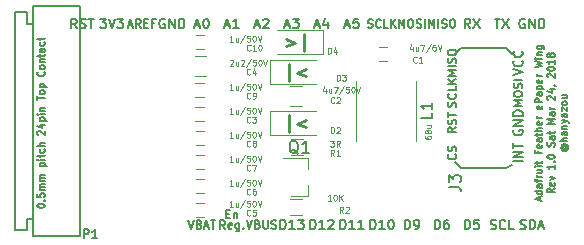
<source format=gbr>
G04 #@! TF.FileFunction,Legend,Top*
%FSLAX46Y46*%
G04 Gerber Fmt 4.6, Leading zero omitted, Abs format (unit mm)*
G04 Created by KiCad (PCBNEW 4.0.7) date 2018 March 24, Saturday 15:13:57*
%MOMM*%
%LPD*%
G01*
G04 APERTURE LIST*
%ADD10C,0.150000*%
%ADD11C,0.250000*%
%ADD12C,0.125000*%
%ADD13C,0.120000*%
%ADD14C,0.152400*%
G04 APERTURE END LIST*
D10*
D11*
X147208952Y-104925714D02*
X147208952Y-103497143D01*
X148685143Y-103925714D02*
X147923238Y-104211429D01*
X148685143Y-104497143D01*
X147208952Y-100607714D02*
X147208952Y-99179143D01*
X148685143Y-99607714D02*
X147923238Y-99893429D01*
X148685143Y-100179143D01*
X146970857Y-97067714D02*
X147732762Y-97353429D01*
X146970857Y-97639143D01*
X148447047Y-98067714D02*
X148447047Y-96639143D01*
D10*
X168468000Y-110697143D02*
X168468000Y-110411429D01*
X168639429Y-110754286D02*
X168039429Y-110554286D01*
X168639429Y-110354286D01*
X168639429Y-109897143D02*
X168039429Y-109897143D01*
X168610857Y-109897143D02*
X168639429Y-109954286D01*
X168639429Y-110068572D01*
X168610857Y-110125714D01*
X168582286Y-110154286D01*
X168525143Y-110182857D01*
X168353714Y-110182857D01*
X168296571Y-110154286D01*
X168268000Y-110125714D01*
X168239429Y-110068572D01*
X168239429Y-109954286D01*
X168268000Y-109897143D01*
X168639429Y-109354286D02*
X168325143Y-109354286D01*
X168268000Y-109382857D01*
X168239429Y-109440000D01*
X168239429Y-109554286D01*
X168268000Y-109611429D01*
X168610857Y-109354286D02*
X168639429Y-109411429D01*
X168639429Y-109554286D01*
X168610857Y-109611429D01*
X168553714Y-109640000D01*
X168496571Y-109640000D01*
X168439429Y-109611429D01*
X168410857Y-109554286D01*
X168410857Y-109411429D01*
X168382286Y-109354286D01*
X168239429Y-109154286D02*
X168239429Y-108925715D01*
X168639429Y-109068572D02*
X168125143Y-109068572D01*
X168068000Y-109040000D01*
X168039429Y-108982858D01*
X168039429Y-108925715D01*
X168639429Y-108725715D02*
X168239429Y-108725715D01*
X168353714Y-108725715D02*
X168296571Y-108697143D01*
X168268000Y-108668572D01*
X168239429Y-108611429D01*
X168239429Y-108554286D01*
X168239429Y-108097143D02*
X168639429Y-108097143D01*
X168239429Y-108354286D02*
X168553714Y-108354286D01*
X168610857Y-108325714D01*
X168639429Y-108268572D01*
X168639429Y-108182857D01*
X168610857Y-108125714D01*
X168582286Y-108097143D01*
X168639429Y-107811429D02*
X168239429Y-107811429D01*
X168039429Y-107811429D02*
X168068000Y-107840000D01*
X168096571Y-107811429D01*
X168068000Y-107782857D01*
X168039429Y-107811429D01*
X168096571Y-107811429D01*
X168239429Y-107611429D02*
X168239429Y-107382858D01*
X168039429Y-107525715D02*
X168553714Y-107525715D01*
X168610857Y-107497143D01*
X168639429Y-107440001D01*
X168639429Y-107382858D01*
X168325143Y-106525715D02*
X168325143Y-106725715D01*
X168639429Y-106725715D02*
X168039429Y-106725715D01*
X168039429Y-106440001D01*
X168610857Y-105982857D02*
X168639429Y-106040000D01*
X168639429Y-106154286D01*
X168610857Y-106211429D01*
X168553714Y-106240000D01*
X168325143Y-106240000D01*
X168268000Y-106211429D01*
X168239429Y-106154286D01*
X168239429Y-106040000D01*
X168268000Y-105982857D01*
X168325143Y-105954286D01*
X168382286Y-105954286D01*
X168439429Y-106240000D01*
X168639429Y-105440000D02*
X168325143Y-105440000D01*
X168268000Y-105468571D01*
X168239429Y-105525714D01*
X168239429Y-105640000D01*
X168268000Y-105697143D01*
X168610857Y-105440000D02*
X168639429Y-105497143D01*
X168639429Y-105640000D01*
X168610857Y-105697143D01*
X168553714Y-105725714D01*
X168496571Y-105725714D01*
X168439429Y-105697143D01*
X168410857Y-105640000D01*
X168410857Y-105497143D01*
X168382286Y-105440000D01*
X168239429Y-105240000D02*
X168239429Y-105011429D01*
X168039429Y-105154286D02*
X168553714Y-105154286D01*
X168610857Y-105125714D01*
X168639429Y-105068572D01*
X168639429Y-105011429D01*
X168639429Y-104811429D02*
X168039429Y-104811429D01*
X168639429Y-104554286D02*
X168325143Y-104554286D01*
X168268000Y-104582857D01*
X168239429Y-104640000D01*
X168239429Y-104725715D01*
X168268000Y-104782857D01*
X168296571Y-104811429D01*
X168610857Y-104040000D02*
X168639429Y-104097143D01*
X168639429Y-104211429D01*
X168610857Y-104268572D01*
X168553714Y-104297143D01*
X168325143Y-104297143D01*
X168268000Y-104268572D01*
X168239429Y-104211429D01*
X168239429Y-104097143D01*
X168268000Y-104040000D01*
X168325143Y-104011429D01*
X168382286Y-104011429D01*
X168439429Y-104297143D01*
X168639429Y-103754286D02*
X168239429Y-103754286D01*
X168353714Y-103754286D02*
X168296571Y-103725714D01*
X168268000Y-103697143D01*
X168239429Y-103640000D01*
X168239429Y-103582857D01*
X168610857Y-102697142D02*
X168639429Y-102754285D01*
X168639429Y-102868571D01*
X168610857Y-102925714D01*
X168553714Y-102954285D01*
X168325143Y-102954285D01*
X168268000Y-102925714D01*
X168239429Y-102868571D01*
X168239429Y-102754285D01*
X168268000Y-102697142D01*
X168325143Y-102668571D01*
X168382286Y-102668571D01*
X168439429Y-102954285D01*
X168639429Y-102411428D02*
X168039429Y-102411428D01*
X168039429Y-102182856D01*
X168068000Y-102125714D01*
X168096571Y-102097142D01*
X168153714Y-102068571D01*
X168239429Y-102068571D01*
X168296571Y-102097142D01*
X168325143Y-102125714D01*
X168353714Y-102182856D01*
X168353714Y-102411428D01*
X168639429Y-101554285D02*
X168325143Y-101554285D01*
X168268000Y-101582856D01*
X168239429Y-101639999D01*
X168239429Y-101754285D01*
X168268000Y-101811428D01*
X168610857Y-101554285D02*
X168639429Y-101611428D01*
X168639429Y-101754285D01*
X168610857Y-101811428D01*
X168553714Y-101839999D01*
X168496571Y-101839999D01*
X168439429Y-101811428D01*
X168410857Y-101754285D01*
X168410857Y-101611428D01*
X168382286Y-101554285D01*
X168239429Y-101268571D02*
X168839429Y-101268571D01*
X168268000Y-101268571D02*
X168239429Y-101211428D01*
X168239429Y-101097142D01*
X168268000Y-101039999D01*
X168296571Y-101011428D01*
X168353714Y-100982857D01*
X168525143Y-100982857D01*
X168582286Y-101011428D01*
X168610857Y-101039999D01*
X168639429Y-101097142D01*
X168639429Y-101211428D01*
X168610857Y-101268571D01*
X168610857Y-100497142D02*
X168639429Y-100554285D01*
X168639429Y-100668571D01*
X168610857Y-100725714D01*
X168553714Y-100754285D01*
X168325143Y-100754285D01*
X168268000Y-100725714D01*
X168239429Y-100668571D01*
X168239429Y-100554285D01*
X168268000Y-100497142D01*
X168325143Y-100468571D01*
X168382286Y-100468571D01*
X168439429Y-100754285D01*
X168639429Y-100211428D02*
X168239429Y-100211428D01*
X168353714Y-100211428D02*
X168296571Y-100182856D01*
X168268000Y-100154285D01*
X168239429Y-100097142D01*
X168239429Y-100039999D01*
X168039429Y-99439999D02*
X168639429Y-99297142D01*
X168210857Y-99182856D01*
X168639429Y-99068570D01*
X168039429Y-98925713D01*
X168639429Y-98697142D02*
X168239429Y-98697142D01*
X168039429Y-98697142D02*
X168068000Y-98725713D01*
X168096571Y-98697142D01*
X168068000Y-98668570D01*
X168039429Y-98697142D01*
X168096571Y-98697142D01*
X168239429Y-98411428D02*
X168639429Y-98411428D01*
X168296571Y-98411428D02*
X168268000Y-98382856D01*
X168239429Y-98325714D01*
X168239429Y-98239999D01*
X168268000Y-98182856D01*
X168325143Y-98154285D01*
X168639429Y-98154285D01*
X168239429Y-97611428D02*
X168725143Y-97611428D01*
X168782286Y-97639999D01*
X168810857Y-97668571D01*
X168839429Y-97725714D01*
X168839429Y-97811428D01*
X168810857Y-97868571D01*
X168610857Y-97611428D02*
X168639429Y-97668571D01*
X168639429Y-97782857D01*
X168610857Y-97839999D01*
X168582286Y-97868571D01*
X168525143Y-97897142D01*
X168353714Y-97897142D01*
X168296571Y-97868571D01*
X168268000Y-97839999D01*
X168239429Y-97782857D01*
X168239429Y-97668571D01*
X168268000Y-97611428D01*
X169689429Y-109682859D02*
X169403714Y-109882859D01*
X169689429Y-110025716D02*
X169089429Y-110025716D01*
X169089429Y-109797144D01*
X169118000Y-109740002D01*
X169146571Y-109711430D01*
X169203714Y-109682859D01*
X169289429Y-109682859D01*
X169346571Y-109711430D01*
X169375143Y-109740002D01*
X169403714Y-109797144D01*
X169403714Y-110025716D01*
X169660857Y-109197144D02*
X169689429Y-109254287D01*
X169689429Y-109368573D01*
X169660857Y-109425716D01*
X169603714Y-109454287D01*
X169375143Y-109454287D01*
X169318000Y-109425716D01*
X169289429Y-109368573D01*
X169289429Y-109254287D01*
X169318000Y-109197144D01*
X169375143Y-109168573D01*
X169432286Y-109168573D01*
X169489429Y-109454287D01*
X169289429Y-108968573D02*
X169689429Y-108825716D01*
X169289429Y-108682858D01*
X169689429Y-107682858D02*
X169689429Y-108025715D01*
X169689429Y-107854287D02*
X169089429Y-107854287D01*
X169175143Y-107911430D01*
X169232286Y-107968572D01*
X169260857Y-108025715D01*
X169632286Y-107425715D02*
X169660857Y-107397143D01*
X169689429Y-107425715D01*
X169660857Y-107454286D01*
X169632286Y-107425715D01*
X169689429Y-107425715D01*
X169089429Y-107025715D02*
X169089429Y-106968572D01*
X169118000Y-106911429D01*
X169146571Y-106882858D01*
X169203714Y-106854287D01*
X169318000Y-106825715D01*
X169460857Y-106825715D01*
X169575143Y-106854287D01*
X169632286Y-106882858D01*
X169660857Y-106911429D01*
X169689429Y-106968572D01*
X169689429Y-107025715D01*
X169660857Y-107082858D01*
X169632286Y-107111429D01*
X169575143Y-107140001D01*
X169460857Y-107168572D01*
X169318000Y-107168572D01*
X169203714Y-107140001D01*
X169146571Y-107111429D01*
X169118000Y-107082858D01*
X169089429Y-107025715D01*
X169660857Y-106140000D02*
X169689429Y-106054286D01*
X169689429Y-105911429D01*
X169660857Y-105854286D01*
X169632286Y-105825715D01*
X169575143Y-105797143D01*
X169518000Y-105797143D01*
X169460857Y-105825715D01*
X169432286Y-105854286D01*
X169403714Y-105911429D01*
X169375143Y-106025715D01*
X169346571Y-106082857D01*
X169318000Y-106111429D01*
X169260857Y-106140000D01*
X169203714Y-106140000D01*
X169146571Y-106111429D01*
X169118000Y-106082857D01*
X169089429Y-106025715D01*
X169089429Y-105882857D01*
X169118000Y-105797143D01*
X169689429Y-105282857D02*
X169375143Y-105282857D01*
X169318000Y-105311428D01*
X169289429Y-105368571D01*
X169289429Y-105482857D01*
X169318000Y-105540000D01*
X169660857Y-105282857D02*
X169689429Y-105340000D01*
X169689429Y-105482857D01*
X169660857Y-105540000D01*
X169603714Y-105568571D01*
X169546571Y-105568571D01*
X169489429Y-105540000D01*
X169460857Y-105482857D01*
X169460857Y-105340000D01*
X169432286Y-105282857D01*
X169289429Y-105082857D02*
X169289429Y-104854286D01*
X169089429Y-104997143D02*
X169603714Y-104997143D01*
X169660857Y-104968571D01*
X169689429Y-104911429D01*
X169689429Y-104854286D01*
X169689429Y-104197143D02*
X169089429Y-104197143D01*
X169518000Y-103997143D01*
X169089429Y-103797143D01*
X169689429Y-103797143D01*
X169689429Y-103254286D02*
X169375143Y-103254286D01*
X169318000Y-103282857D01*
X169289429Y-103340000D01*
X169289429Y-103454286D01*
X169318000Y-103511429D01*
X169660857Y-103254286D02*
X169689429Y-103311429D01*
X169689429Y-103454286D01*
X169660857Y-103511429D01*
X169603714Y-103540000D01*
X169546571Y-103540000D01*
X169489429Y-103511429D01*
X169460857Y-103454286D01*
X169460857Y-103311429D01*
X169432286Y-103254286D01*
X169689429Y-102968572D02*
X169289429Y-102968572D01*
X169403714Y-102968572D02*
X169346571Y-102940000D01*
X169318000Y-102911429D01*
X169289429Y-102854286D01*
X169289429Y-102797143D01*
X169146571Y-102168571D02*
X169118000Y-102140000D01*
X169089429Y-102082857D01*
X169089429Y-101940000D01*
X169118000Y-101882857D01*
X169146571Y-101854286D01*
X169203714Y-101825714D01*
X169260857Y-101825714D01*
X169346571Y-101854286D01*
X169689429Y-102197143D01*
X169689429Y-101825714D01*
X169289429Y-101311428D02*
X169689429Y-101311428D01*
X169060857Y-101454285D02*
X169489429Y-101597142D01*
X169489429Y-101225714D01*
X169660857Y-100968570D02*
X169689429Y-100968570D01*
X169746571Y-100997142D01*
X169775143Y-101025713D01*
X169146571Y-100282856D02*
X169118000Y-100254285D01*
X169089429Y-100197142D01*
X169089429Y-100054285D01*
X169118000Y-99997142D01*
X169146571Y-99968571D01*
X169203714Y-99939999D01*
X169260857Y-99939999D01*
X169346571Y-99968571D01*
X169689429Y-100311428D01*
X169689429Y-99939999D01*
X169089429Y-99568570D02*
X169089429Y-99511427D01*
X169118000Y-99454284D01*
X169146571Y-99425713D01*
X169203714Y-99397142D01*
X169318000Y-99368570D01*
X169460857Y-99368570D01*
X169575143Y-99397142D01*
X169632286Y-99425713D01*
X169660857Y-99454284D01*
X169689429Y-99511427D01*
X169689429Y-99568570D01*
X169660857Y-99625713D01*
X169632286Y-99654284D01*
X169575143Y-99682856D01*
X169460857Y-99711427D01*
X169318000Y-99711427D01*
X169203714Y-99682856D01*
X169146571Y-99654284D01*
X169118000Y-99625713D01*
X169089429Y-99568570D01*
X169689429Y-98797141D02*
X169689429Y-99139998D01*
X169689429Y-98968570D02*
X169089429Y-98968570D01*
X169175143Y-99025713D01*
X169232286Y-99082855D01*
X169260857Y-99139998D01*
X169346571Y-98454284D02*
X169318000Y-98511426D01*
X169289429Y-98539998D01*
X169232286Y-98568569D01*
X169203714Y-98568569D01*
X169146571Y-98539998D01*
X169118000Y-98511426D01*
X169089429Y-98454284D01*
X169089429Y-98339998D01*
X169118000Y-98282855D01*
X169146571Y-98254284D01*
X169203714Y-98225712D01*
X169232286Y-98225712D01*
X169289429Y-98254284D01*
X169318000Y-98282855D01*
X169346571Y-98339998D01*
X169346571Y-98454284D01*
X169375143Y-98511426D01*
X169403714Y-98539998D01*
X169460857Y-98568569D01*
X169575143Y-98568569D01*
X169632286Y-98539998D01*
X169660857Y-98511426D01*
X169689429Y-98454284D01*
X169689429Y-98339998D01*
X169660857Y-98282855D01*
X169632286Y-98254284D01*
X169575143Y-98225712D01*
X169460857Y-98225712D01*
X169403714Y-98254284D01*
X169375143Y-98282855D01*
X169346571Y-98339998D01*
X170453714Y-106111428D02*
X170425143Y-106140000D01*
X170396571Y-106197143D01*
X170396571Y-106254285D01*
X170425143Y-106311428D01*
X170453714Y-106340000D01*
X170510857Y-106368571D01*
X170568000Y-106368571D01*
X170625143Y-106340000D01*
X170653714Y-106311428D01*
X170682286Y-106254285D01*
X170682286Y-106197143D01*
X170653714Y-106140000D01*
X170625143Y-106111428D01*
X170396571Y-106111428D02*
X170625143Y-106111428D01*
X170653714Y-106082857D01*
X170653714Y-106054285D01*
X170625143Y-105997143D01*
X170568000Y-105968571D01*
X170425143Y-105968571D01*
X170339429Y-106025714D01*
X170282286Y-106111428D01*
X170253714Y-106225714D01*
X170282286Y-106340000D01*
X170339429Y-106425714D01*
X170425143Y-106482857D01*
X170539429Y-106511428D01*
X170653714Y-106482857D01*
X170739429Y-106425714D01*
X170796571Y-106340000D01*
X170825143Y-106225714D01*
X170796571Y-106111428D01*
X170739429Y-106025714D01*
X170739429Y-105711428D02*
X170139429Y-105711428D01*
X170739429Y-105454285D02*
X170425143Y-105454285D01*
X170368000Y-105482856D01*
X170339429Y-105539999D01*
X170339429Y-105625714D01*
X170368000Y-105682856D01*
X170396571Y-105711428D01*
X170739429Y-104911428D02*
X170425143Y-104911428D01*
X170368000Y-104939999D01*
X170339429Y-104997142D01*
X170339429Y-105111428D01*
X170368000Y-105168571D01*
X170710857Y-104911428D02*
X170739429Y-104968571D01*
X170739429Y-105111428D01*
X170710857Y-105168571D01*
X170653714Y-105197142D01*
X170596571Y-105197142D01*
X170539429Y-105168571D01*
X170510857Y-105111428D01*
X170510857Y-104968571D01*
X170482286Y-104911428D01*
X170339429Y-104625714D02*
X170739429Y-104625714D01*
X170396571Y-104625714D02*
X170368000Y-104597142D01*
X170339429Y-104540000D01*
X170339429Y-104454285D01*
X170368000Y-104397142D01*
X170425143Y-104368571D01*
X170739429Y-104368571D01*
X170339429Y-104140000D02*
X170739429Y-103997143D01*
X170339429Y-103854285D02*
X170739429Y-103997143D01*
X170882286Y-104054285D01*
X170910857Y-104082857D01*
X170939429Y-104140000D01*
X170739429Y-103368571D02*
X170425143Y-103368571D01*
X170368000Y-103397142D01*
X170339429Y-103454285D01*
X170339429Y-103568571D01*
X170368000Y-103625714D01*
X170710857Y-103368571D02*
X170739429Y-103425714D01*
X170739429Y-103568571D01*
X170710857Y-103625714D01*
X170653714Y-103654285D01*
X170596571Y-103654285D01*
X170539429Y-103625714D01*
X170510857Y-103568571D01*
X170510857Y-103425714D01*
X170482286Y-103368571D01*
X170339429Y-103140000D02*
X170339429Y-102825714D01*
X170739429Y-103140000D01*
X170739429Y-102825714D01*
X170739429Y-102511429D02*
X170710857Y-102568571D01*
X170682286Y-102597143D01*
X170625143Y-102625714D01*
X170453714Y-102625714D01*
X170396571Y-102597143D01*
X170368000Y-102568571D01*
X170339429Y-102511429D01*
X170339429Y-102425714D01*
X170368000Y-102368571D01*
X170396571Y-102340000D01*
X170453714Y-102311429D01*
X170625143Y-102311429D01*
X170682286Y-102340000D01*
X170710857Y-102368571D01*
X170739429Y-102425714D01*
X170739429Y-102511429D01*
X170339429Y-101797143D02*
X170739429Y-101797143D01*
X170339429Y-102054286D02*
X170653714Y-102054286D01*
X170710857Y-102025714D01*
X170739429Y-101968572D01*
X170739429Y-101882857D01*
X170710857Y-101825714D01*
X170682286Y-101797143D01*
X125909429Y-111168571D02*
X125909429Y-111111428D01*
X125938000Y-111054285D01*
X125966571Y-111025714D01*
X126023714Y-110997143D01*
X126138000Y-110968571D01*
X126280857Y-110968571D01*
X126395143Y-110997143D01*
X126452286Y-111025714D01*
X126480857Y-111054285D01*
X126509429Y-111111428D01*
X126509429Y-111168571D01*
X126480857Y-111225714D01*
X126452286Y-111254285D01*
X126395143Y-111282857D01*
X126280857Y-111311428D01*
X126138000Y-111311428D01*
X126023714Y-111282857D01*
X125966571Y-111254285D01*
X125938000Y-111225714D01*
X125909429Y-111168571D01*
X126452286Y-110711428D02*
X126480857Y-110682856D01*
X126509429Y-110711428D01*
X126480857Y-110739999D01*
X126452286Y-110711428D01*
X126509429Y-110711428D01*
X125909429Y-110140000D02*
X125909429Y-110425714D01*
X126195143Y-110454285D01*
X126166571Y-110425714D01*
X126138000Y-110368571D01*
X126138000Y-110225714D01*
X126166571Y-110168571D01*
X126195143Y-110140000D01*
X126252286Y-110111428D01*
X126395143Y-110111428D01*
X126452286Y-110140000D01*
X126480857Y-110168571D01*
X126509429Y-110225714D01*
X126509429Y-110368571D01*
X126480857Y-110425714D01*
X126452286Y-110454285D01*
X126509429Y-109854285D02*
X126109429Y-109854285D01*
X126166571Y-109854285D02*
X126138000Y-109825713D01*
X126109429Y-109768571D01*
X126109429Y-109682856D01*
X126138000Y-109625713D01*
X126195143Y-109597142D01*
X126509429Y-109597142D01*
X126195143Y-109597142D02*
X126138000Y-109568571D01*
X126109429Y-109511428D01*
X126109429Y-109425713D01*
X126138000Y-109368571D01*
X126195143Y-109339999D01*
X126509429Y-109339999D01*
X126509429Y-109054285D02*
X126109429Y-109054285D01*
X126166571Y-109054285D02*
X126138000Y-109025713D01*
X126109429Y-108968571D01*
X126109429Y-108882856D01*
X126138000Y-108825713D01*
X126195143Y-108797142D01*
X126509429Y-108797142D01*
X126195143Y-108797142D02*
X126138000Y-108768571D01*
X126109429Y-108711428D01*
X126109429Y-108625713D01*
X126138000Y-108568571D01*
X126195143Y-108539999D01*
X126509429Y-108539999D01*
X126109429Y-107797142D02*
X126709429Y-107797142D01*
X126138000Y-107797142D02*
X126109429Y-107739999D01*
X126109429Y-107625713D01*
X126138000Y-107568570D01*
X126166571Y-107539999D01*
X126223714Y-107511428D01*
X126395143Y-107511428D01*
X126452286Y-107539999D01*
X126480857Y-107568570D01*
X126509429Y-107625713D01*
X126509429Y-107739999D01*
X126480857Y-107797142D01*
X126509429Y-107254285D02*
X126109429Y-107254285D01*
X125909429Y-107254285D02*
X125938000Y-107282856D01*
X125966571Y-107254285D01*
X125938000Y-107225713D01*
X125909429Y-107254285D01*
X125966571Y-107254285D01*
X126109429Y-107054285D02*
X126109429Y-106825714D01*
X125909429Y-106968571D02*
X126423714Y-106968571D01*
X126480857Y-106939999D01*
X126509429Y-106882857D01*
X126509429Y-106825714D01*
X126480857Y-106368571D02*
X126509429Y-106425714D01*
X126509429Y-106540000D01*
X126480857Y-106597142D01*
X126452286Y-106625714D01*
X126395143Y-106654285D01*
X126223714Y-106654285D01*
X126166571Y-106625714D01*
X126138000Y-106597142D01*
X126109429Y-106540000D01*
X126109429Y-106425714D01*
X126138000Y-106368571D01*
X126509429Y-106111428D02*
X125909429Y-106111428D01*
X126509429Y-105854285D02*
X126195143Y-105854285D01*
X126138000Y-105882856D01*
X126109429Y-105939999D01*
X126109429Y-106025714D01*
X126138000Y-106082856D01*
X126166571Y-106111428D01*
X125966571Y-105139999D02*
X125938000Y-105111428D01*
X125909429Y-105054285D01*
X125909429Y-104911428D01*
X125938000Y-104854285D01*
X125966571Y-104825714D01*
X126023714Y-104797142D01*
X126080857Y-104797142D01*
X126166571Y-104825714D01*
X126509429Y-105168571D01*
X126509429Y-104797142D01*
X126109429Y-104282856D02*
X126509429Y-104282856D01*
X125880857Y-104425713D02*
X126309429Y-104568570D01*
X126309429Y-104197142D01*
X126109429Y-103968570D02*
X126709429Y-103968570D01*
X126138000Y-103968570D02*
X126109429Y-103911427D01*
X126109429Y-103797141D01*
X126138000Y-103739998D01*
X126166571Y-103711427D01*
X126223714Y-103682856D01*
X126395143Y-103682856D01*
X126452286Y-103711427D01*
X126480857Y-103739998D01*
X126509429Y-103797141D01*
X126509429Y-103911427D01*
X126480857Y-103968570D01*
X126509429Y-103425713D02*
X126109429Y-103425713D01*
X125909429Y-103425713D02*
X125938000Y-103454284D01*
X125966571Y-103425713D01*
X125938000Y-103397141D01*
X125909429Y-103425713D01*
X125966571Y-103425713D01*
X126109429Y-103139999D02*
X126509429Y-103139999D01*
X126166571Y-103139999D02*
X126138000Y-103111427D01*
X126109429Y-103054285D01*
X126109429Y-102968570D01*
X126138000Y-102911427D01*
X126195143Y-102882856D01*
X126509429Y-102882856D01*
X125909429Y-102225713D02*
X125909429Y-101882856D01*
X126509429Y-102054285D02*
X125909429Y-102054285D01*
X126509429Y-101597142D02*
X126480857Y-101654284D01*
X126452286Y-101682856D01*
X126395143Y-101711427D01*
X126223714Y-101711427D01*
X126166571Y-101682856D01*
X126138000Y-101654284D01*
X126109429Y-101597142D01*
X126109429Y-101511427D01*
X126138000Y-101454284D01*
X126166571Y-101425713D01*
X126223714Y-101397142D01*
X126395143Y-101397142D01*
X126452286Y-101425713D01*
X126480857Y-101454284D01*
X126509429Y-101511427D01*
X126509429Y-101597142D01*
X126109429Y-101139999D02*
X126709429Y-101139999D01*
X126138000Y-101139999D02*
X126109429Y-101082856D01*
X126109429Y-100968570D01*
X126138000Y-100911427D01*
X126166571Y-100882856D01*
X126223714Y-100854285D01*
X126395143Y-100854285D01*
X126452286Y-100882856D01*
X126480857Y-100911427D01*
X126509429Y-100968570D01*
X126509429Y-101082856D01*
X126480857Y-101139999D01*
X126452286Y-99797142D02*
X126480857Y-99825713D01*
X126509429Y-99911427D01*
X126509429Y-99968570D01*
X126480857Y-100054285D01*
X126423714Y-100111427D01*
X126366571Y-100139999D01*
X126252286Y-100168570D01*
X126166571Y-100168570D01*
X126052286Y-100139999D01*
X125995143Y-100111427D01*
X125938000Y-100054285D01*
X125909429Y-99968570D01*
X125909429Y-99911427D01*
X125938000Y-99825713D01*
X125966571Y-99797142D01*
X126509429Y-99454285D02*
X126480857Y-99511427D01*
X126452286Y-99539999D01*
X126395143Y-99568570D01*
X126223714Y-99568570D01*
X126166571Y-99539999D01*
X126138000Y-99511427D01*
X126109429Y-99454285D01*
X126109429Y-99368570D01*
X126138000Y-99311427D01*
X126166571Y-99282856D01*
X126223714Y-99254285D01*
X126395143Y-99254285D01*
X126452286Y-99282856D01*
X126480857Y-99311427D01*
X126509429Y-99368570D01*
X126509429Y-99454285D01*
X126109429Y-98997142D02*
X126509429Y-98997142D01*
X126166571Y-98997142D02*
X126138000Y-98968570D01*
X126109429Y-98911428D01*
X126109429Y-98825713D01*
X126138000Y-98768570D01*
X126195143Y-98739999D01*
X126509429Y-98739999D01*
X126109429Y-98539999D02*
X126109429Y-98311428D01*
X125909429Y-98454285D02*
X126423714Y-98454285D01*
X126480857Y-98425713D01*
X126509429Y-98368571D01*
X126509429Y-98311428D01*
X126509429Y-97854285D02*
X126195143Y-97854285D01*
X126138000Y-97882856D01*
X126109429Y-97939999D01*
X126109429Y-98054285D01*
X126138000Y-98111428D01*
X126480857Y-97854285D02*
X126509429Y-97911428D01*
X126509429Y-98054285D01*
X126480857Y-98111428D01*
X126423714Y-98139999D01*
X126366571Y-98139999D01*
X126309429Y-98111428D01*
X126280857Y-98054285D01*
X126280857Y-97911428D01*
X126252286Y-97854285D01*
X126480857Y-97311428D02*
X126509429Y-97368571D01*
X126509429Y-97482857D01*
X126480857Y-97539999D01*
X126452286Y-97568571D01*
X126395143Y-97597142D01*
X126223714Y-97597142D01*
X126166571Y-97568571D01*
X126138000Y-97539999D01*
X126109429Y-97482857D01*
X126109429Y-97368571D01*
X126138000Y-97311428D01*
X126109429Y-97139999D02*
X126109429Y-96911428D01*
X125909429Y-97054285D02*
X126423714Y-97054285D01*
X126480857Y-97025713D01*
X126509429Y-96968571D01*
X126509429Y-96911428D01*
D12*
X158730190Y-105271047D02*
X158730190Y-105366285D01*
X158754000Y-105413904D01*
X158777810Y-105437713D01*
X158849238Y-105485332D01*
X158944476Y-105509142D01*
X159134952Y-105509142D01*
X159182571Y-105485332D01*
X159206381Y-105461523D01*
X159230190Y-105413904D01*
X159230190Y-105318666D01*
X159206381Y-105271047D01*
X159182571Y-105247237D01*
X159134952Y-105223428D01*
X159015905Y-105223428D01*
X158968286Y-105247237D01*
X158944476Y-105271047D01*
X158920667Y-105318666D01*
X158920667Y-105413904D01*
X158944476Y-105461523D01*
X158968286Y-105485332D01*
X159015905Y-105509142D01*
X158944476Y-104937714D02*
X158920667Y-104985333D01*
X158896857Y-105009142D01*
X158849238Y-105032952D01*
X158825429Y-105032952D01*
X158777810Y-105009142D01*
X158754000Y-104985333D01*
X158730190Y-104937714D01*
X158730190Y-104842476D01*
X158754000Y-104794857D01*
X158777810Y-104771047D01*
X158825429Y-104747238D01*
X158849238Y-104747238D01*
X158896857Y-104771047D01*
X158920667Y-104794857D01*
X158944476Y-104842476D01*
X158944476Y-104937714D01*
X158968286Y-104985333D01*
X158992095Y-105009142D01*
X159039714Y-105032952D01*
X159134952Y-105032952D01*
X159182571Y-105009142D01*
X159206381Y-104985333D01*
X159230190Y-104937714D01*
X159230190Y-104842476D01*
X159206381Y-104794857D01*
X159182571Y-104771047D01*
X159134952Y-104747238D01*
X159039714Y-104747238D01*
X158992095Y-104771047D01*
X158968286Y-104794857D01*
X158944476Y-104842476D01*
X158896857Y-104318667D02*
X159230190Y-104318667D01*
X158896857Y-104532952D02*
X159158762Y-104532952D01*
X159206381Y-104509143D01*
X159230190Y-104461524D01*
X159230190Y-104390095D01*
X159206381Y-104342476D01*
X159182571Y-104318667D01*
X157666667Y-97682857D02*
X157666667Y-98016190D01*
X157547620Y-97492381D02*
X157428572Y-97849524D01*
X157738096Y-97849524D01*
X158142857Y-97682857D02*
X158142857Y-98016190D01*
X157928572Y-97682857D02*
X157928572Y-97944762D01*
X157952381Y-97992381D01*
X158000000Y-98016190D01*
X158071429Y-98016190D01*
X158119048Y-97992381D01*
X158142857Y-97968571D01*
X158333334Y-97516190D02*
X158666667Y-97516190D01*
X158452381Y-98016190D01*
X159214285Y-97492381D02*
X158785714Y-98135238D01*
X159595238Y-97516190D02*
X159500000Y-97516190D01*
X159452381Y-97540000D01*
X159428572Y-97563810D01*
X159380953Y-97635238D01*
X159357143Y-97730476D01*
X159357143Y-97920952D01*
X159380953Y-97968571D01*
X159404762Y-97992381D01*
X159452381Y-98016190D01*
X159547619Y-98016190D01*
X159595238Y-97992381D01*
X159619048Y-97968571D01*
X159642857Y-97920952D01*
X159642857Y-97801905D01*
X159619048Y-97754286D01*
X159595238Y-97730476D01*
X159547619Y-97706667D01*
X159452381Y-97706667D01*
X159404762Y-97730476D01*
X159380953Y-97754286D01*
X159357143Y-97801905D01*
X159785714Y-97516190D02*
X159952381Y-98016190D01*
X160119047Y-97516190D01*
X150784762Y-110716190D02*
X150499048Y-110716190D01*
X150641905Y-110716190D02*
X150641905Y-110216190D01*
X150594286Y-110287619D01*
X150546667Y-110335238D01*
X150499048Y-110359048D01*
X151094286Y-110216190D02*
X151141905Y-110216190D01*
X151189524Y-110240000D01*
X151213333Y-110263810D01*
X151237143Y-110311429D01*
X151260952Y-110406667D01*
X151260952Y-110525714D01*
X151237143Y-110620952D01*
X151213333Y-110668571D01*
X151189524Y-110692381D01*
X151141905Y-110716190D01*
X151094286Y-110716190D01*
X151046667Y-110692381D01*
X151022857Y-110668571D01*
X150999048Y-110620952D01*
X150975238Y-110525714D01*
X150975238Y-110406667D01*
X150999048Y-110311429D01*
X151022857Y-110263810D01*
X151046667Y-110240000D01*
X151094286Y-110216190D01*
X151475238Y-110716190D02*
X151475238Y-110216190D01*
X151760952Y-110716190D02*
X151546666Y-110430476D01*
X151760952Y-110216190D02*
X151475238Y-110501905D01*
X150713334Y-105644190D02*
X151022857Y-105644190D01*
X150856191Y-105834667D01*
X150927619Y-105834667D01*
X150975238Y-105858476D01*
X150999048Y-105882286D01*
X151022857Y-105929905D01*
X151022857Y-106048952D01*
X150999048Y-106096571D01*
X150975238Y-106120381D01*
X150927619Y-106144190D01*
X150784762Y-106144190D01*
X150737143Y-106120381D01*
X150713334Y-106096571D01*
X151522857Y-106144190D02*
X151356190Y-105906095D01*
X151237143Y-106144190D02*
X151237143Y-105644190D01*
X151427619Y-105644190D01*
X151475238Y-105668000D01*
X151499047Y-105691810D01*
X151522857Y-105739429D01*
X151522857Y-105810857D01*
X151499047Y-105858476D01*
X151475238Y-105882286D01*
X151427619Y-105906095D01*
X151237143Y-105906095D01*
X150316572Y-101238857D02*
X150316572Y-101572190D01*
X150197525Y-101048381D02*
X150078477Y-101405524D01*
X150388001Y-101405524D01*
X150792762Y-101238857D02*
X150792762Y-101572190D01*
X150578477Y-101238857D02*
X150578477Y-101500762D01*
X150602286Y-101548381D01*
X150649905Y-101572190D01*
X150721334Y-101572190D01*
X150768953Y-101548381D01*
X150792762Y-101524571D01*
X150983239Y-101072190D02*
X151316572Y-101072190D01*
X151102286Y-101572190D01*
X151864190Y-101048381D02*
X151435619Y-101691238D01*
X152268953Y-101072190D02*
X152030858Y-101072190D01*
X152007048Y-101310286D01*
X152030858Y-101286476D01*
X152078477Y-101262667D01*
X152197524Y-101262667D01*
X152245143Y-101286476D01*
X152268953Y-101310286D01*
X152292762Y-101357905D01*
X152292762Y-101476952D01*
X152268953Y-101524571D01*
X152245143Y-101548381D01*
X152197524Y-101572190D01*
X152078477Y-101572190D01*
X152030858Y-101548381D01*
X152007048Y-101524571D01*
X152602286Y-101072190D02*
X152649905Y-101072190D01*
X152697524Y-101096000D01*
X152721333Y-101119810D01*
X152745143Y-101167429D01*
X152768952Y-101262667D01*
X152768952Y-101381714D01*
X152745143Y-101476952D01*
X152721333Y-101524571D01*
X152697524Y-101548381D01*
X152649905Y-101572190D01*
X152602286Y-101572190D01*
X152554667Y-101548381D01*
X152530857Y-101524571D01*
X152507048Y-101476952D01*
X152483238Y-101381714D01*
X152483238Y-101262667D01*
X152507048Y-101167429D01*
X152530857Y-101119810D01*
X152554667Y-101096000D01*
X152602286Y-101072190D01*
X152911809Y-101072190D02*
X153078476Y-101572190D01*
X153245142Y-101072190D01*
X142474286Y-111224190D02*
X142188572Y-111224190D01*
X142331429Y-111224190D02*
X142331429Y-110724190D01*
X142283810Y-110795619D01*
X142236191Y-110843238D01*
X142188572Y-110867048D01*
X142902857Y-110890857D02*
X142902857Y-111224190D01*
X142688572Y-110890857D02*
X142688572Y-111152762D01*
X142712381Y-111200381D01*
X142760000Y-111224190D01*
X142831429Y-111224190D01*
X142879048Y-111200381D01*
X142902857Y-111176571D01*
X143498095Y-110700381D02*
X143069524Y-111343238D01*
X143902858Y-110724190D02*
X143664763Y-110724190D01*
X143640953Y-110962286D01*
X143664763Y-110938476D01*
X143712382Y-110914667D01*
X143831429Y-110914667D01*
X143879048Y-110938476D01*
X143902858Y-110962286D01*
X143926667Y-111009905D01*
X143926667Y-111128952D01*
X143902858Y-111176571D01*
X143879048Y-111200381D01*
X143831429Y-111224190D01*
X143712382Y-111224190D01*
X143664763Y-111200381D01*
X143640953Y-111176571D01*
X144236191Y-110724190D02*
X144283810Y-110724190D01*
X144331429Y-110748000D01*
X144355238Y-110771810D01*
X144379048Y-110819429D01*
X144402857Y-110914667D01*
X144402857Y-111033714D01*
X144379048Y-111128952D01*
X144355238Y-111176571D01*
X144331429Y-111200381D01*
X144283810Y-111224190D01*
X144236191Y-111224190D01*
X144188572Y-111200381D01*
X144164762Y-111176571D01*
X144140953Y-111128952D01*
X144117143Y-111033714D01*
X144117143Y-110914667D01*
X144140953Y-110819429D01*
X144164762Y-110771810D01*
X144188572Y-110748000D01*
X144236191Y-110724190D01*
X144545714Y-110724190D02*
X144712381Y-111224190D01*
X144879047Y-110724190D01*
X142474286Y-109446190D02*
X142188572Y-109446190D01*
X142331429Y-109446190D02*
X142331429Y-108946190D01*
X142283810Y-109017619D01*
X142236191Y-109065238D01*
X142188572Y-109089048D01*
X142902857Y-109112857D02*
X142902857Y-109446190D01*
X142688572Y-109112857D02*
X142688572Y-109374762D01*
X142712381Y-109422381D01*
X142760000Y-109446190D01*
X142831429Y-109446190D01*
X142879048Y-109422381D01*
X142902857Y-109398571D01*
X143498095Y-108922381D02*
X143069524Y-109565238D01*
X143902858Y-108946190D02*
X143664763Y-108946190D01*
X143640953Y-109184286D01*
X143664763Y-109160476D01*
X143712382Y-109136667D01*
X143831429Y-109136667D01*
X143879048Y-109160476D01*
X143902858Y-109184286D01*
X143926667Y-109231905D01*
X143926667Y-109350952D01*
X143902858Y-109398571D01*
X143879048Y-109422381D01*
X143831429Y-109446190D01*
X143712382Y-109446190D01*
X143664763Y-109422381D01*
X143640953Y-109398571D01*
X144236191Y-108946190D02*
X144283810Y-108946190D01*
X144331429Y-108970000D01*
X144355238Y-108993810D01*
X144379048Y-109041429D01*
X144402857Y-109136667D01*
X144402857Y-109255714D01*
X144379048Y-109350952D01*
X144355238Y-109398571D01*
X144331429Y-109422381D01*
X144283810Y-109446190D01*
X144236191Y-109446190D01*
X144188572Y-109422381D01*
X144164762Y-109398571D01*
X144140953Y-109350952D01*
X144117143Y-109255714D01*
X144117143Y-109136667D01*
X144140953Y-109041429D01*
X144164762Y-108993810D01*
X144188572Y-108970000D01*
X144236191Y-108946190D01*
X144545714Y-108946190D02*
X144712381Y-109446190D01*
X144879047Y-108946190D01*
X142474286Y-107414190D02*
X142188572Y-107414190D01*
X142331429Y-107414190D02*
X142331429Y-106914190D01*
X142283810Y-106985619D01*
X142236191Y-107033238D01*
X142188572Y-107057048D01*
X142902857Y-107080857D02*
X142902857Y-107414190D01*
X142688572Y-107080857D02*
X142688572Y-107342762D01*
X142712381Y-107390381D01*
X142760000Y-107414190D01*
X142831429Y-107414190D01*
X142879048Y-107390381D01*
X142902857Y-107366571D01*
X143498095Y-106890381D02*
X143069524Y-107533238D01*
X143902858Y-106914190D02*
X143664763Y-106914190D01*
X143640953Y-107152286D01*
X143664763Y-107128476D01*
X143712382Y-107104667D01*
X143831429Y-107104667D01*
X143879048Y-107128476D01*
X143902858Y-107152286D01*
X143926667Y-107199905D01*
X143926667Y-107318952D01*
X143902858Y-107366571D01*
X143879048Y-107390381D01*
X143831429Y-107414190D01*
X143712382Y-107414190D01*
X143664763Y-107390381D01*
X143640953Y-107366571D01*
X144236191Y-106914190D02*
X144283810Y-106914190D01*
X144331429Y-106938000D01*
X144355238Y-106961810D01*
X144379048Y-107009429D01*
X144402857Y-107104667D01*
X144402857Y-107223714D01*
X144379048Y-107318952D01*
X144355238Y-107366571D01*
X144331429Y-107390381D01*
X144283810Y-107414190D01*
X144236191Y-107414190D01*
X144188572Y-107390381D01*
X144164762Y-107366571D01*
X144140953Y-107318952D01*
X144117143Y-107223714D01*
X144117143Y-107104667D01*
X144140953Y-107009429D01*
X144164762Y-106961810D01*
X144188572Y-106938000D01*
X144236191Y-106914190D01*
X144545714Y-106914190D02*
X144712381Y-107414190D01*
X144879047Y-106914190D01*
X142474286Y-105382190D02*
X142188572Y-105382190D01*
X142331429Y-105382190D02*
X142331429Y-104882190D01*
X142283810Y-104953619D01*
X142236191Y-105001238D01*
X142188572Y-105025048D01*
X142902857Y-105048857D02*
X142902857Y-105382190D01*
X142688572Y-105048857D02*
X142688572Y-105310762D01*
X142712381Y-105358381D01*
X142760000Y-105382190D01*
X142831429Y-105382190D01*
X142879048Y-105358381D01*
X142902857Y-105334571D01*
X143498095Y-104858381D02*
X143069524Y-105501238D01*
X143902858Y-104882190D02*
X143664763Y-104882190D01*
X143640953Y-105120286D01*
X143664763Y-105096476D01*
X143712382Y-105072667D01*
X143831429Y-105072667D01*
X143879048Y-105096476D01*
X143902858Y-105120286D01*
X143926667Y-105167905D01*
X143926667Y-105286952D01*
X143902858Y-105334571D01*
X143879048Y-105358381D01*
X143831429Y-105382190D01*
X143712382Y-105382190D01*
X143664763Y-105358381D01*
X143640953Y-105334571D01*
X144236191Y-104882190D02*
X144283810Y-104882190D01*
X144331429Y-104906000D01*
X144355238Y-104929810D01*
X144379048Y-104977429D01*
X144402857Y-105072667D01*
X144402857Y-105191714D01*
X144379048Y-105286952D01*
X144355238Y-105334571D01*
X144331429Y-105358381D01*
X144283810Y-105382190D01*
X144236191Y-105382190D01*
X144188572Y-105358381D01*
X144164762Y-105334571D01*
X144140953Y-105286952D01*
X144117143Y-105191714D01*
X144117143Y-105072667D01*
X144140953Y-104977429D01*
X144164762Y-104929810D01*
X144188572Y-104906000D01*
X144236191Y-104882190D01*
X144545714Y-104882190D02*
X144712381Y-105382190D01*
X144879047Y-104882190D01*
X142474286Y-103350190D02*
X142188572Y-103350190D01*
X142331429Y-103350190D02*
X142331429Y-102850190D01*
X142283810Y-102921619D01*
X142236191Y-102969238D01*
X142188572Y-102993048D01*
X142902857Y-103016857D02*
X142902857Y-103350190D01*
X142688572Y-103016857D02*
X142688572Y-103278762D01*
X142712381Y-103326381D01*
X142760000Y-103350190D01*
X142831429Y-103350190D01*
X142879048Y-103326381D01*
X142902857Y-103302571D01*
X143498095Y-102826381D02*
X143069524Y-103469238D01*
X143902858Y-102850190D02*
X143664763Y-102850190D01*
X143640953Y-103088286D01*
X143664763Y-103064476D01*
X143712382Y-103040667D01*
X143831429Y-103040667D01*
X143879048Y-103064476D01*
X143902858Y-103088286D01*
X143926667Y-103135905D01*
X143926667Y-103254952D01*
X143902858Y-103302571D01*
X143879048Y-103326381D01*
X143831429Y-103350190D01*
X143712382Y-103350190D01*
X143664763Y-103326381D01*
X143640953Y-103302571D01*
X144236191Y-102850190D02*
X144283810Y-102850190D01*
X144331429Y-102874000D01*
X144355238Y-102897810D01*
X144379048Y-102945429D01*
X144402857Y-103040667D01*
X144402857Y-103159714D01*
X144379048Y-103254952D01*
X144355238Y-103302571D01*
X144331429Y-103326381D01*
X144283810Y-103350190D01*
X144236191Y-103350190D01*
X144188572Y-103326381D01*
X144164762Y-103302571D01*
X144140953Y-103254952D01*
X144117143Y-103159714D01*
X144117143Y-103040667D01*
X144140953Y-102945429D01*
X144164762Y-102897810D01*
X144188572Y-102874000D01*
X144236191Y-102850190D01*
X144545714Y-102850190D02*
X144712381Y-103350190D01*
X144879047Y-102850190D01*
X142204477Y-98833810D02*
X142228287Y-98810000D01*
X142275906Y-98786190D01*
X142394953Y-98786190D01*
X142442572Y-98810000D01*
X142466382Y-98833810D01*
X142490191Y-98881429D01*
X142490191Y-98929048D01*
X142466382Y-99000476D01*
X142180668Y-99286190D01*
X142490191Y-99286190D01*
X142918762Y-98952857D02*
X142918762Y-99286190D01*
X142704477Y-98952857D02*
X142704477Y-99214762D01*
X142728286Y-99262381D01*
X142775905Y-99286190D01*
X142847334Y-99286190D01*
X142894953Y-99262381D01*
X142918762Y-99238571D01*
X143133048Y-98833810D02*
X143156858Y-98810000D01*
X143204477Y-98786190D01*
X143323524Y-98786190D01*
X143371143Y-98810000D01*
X143394953Y-98833810D01*
X143418762Y-98881429D01*
X143418762Y-98929048D01*
X143394953Y-99000476D01*
X143109239Y-99286190D01*
X143418762Y-99286190D01*
X143990190Y-98762381D02*
X143561619Y-99405238D01*
X144394953Y-98786190D02*
X144156858Y-98786190D01*
X144133048Y-99024286D01*
X144156858Y-99000476D01*
X144204477Y-98976667D01*
X144323524Y-98976667D01*
X144371143Y-99000476D01*
X144394953Y-99024286D01*
X144418762Y-99071905D01*
X144418762Y-99190952D01*
X144394953Y-99238571D01*
X144371143Y-99262381D01*
X144323524Y-99286190D01*
X144204477Y-99286190D01*
X144156858Y-99262381D01*
X144133048Y-99238571D01*
X144728286Y-98786190D02*
X144775905Y-98786190D01*
X144823524Y-98810000D01*
X144847333Y-98833810D01*
X144871143Y-98881429D01*
X144894952Y-98976667D01*
X144894952Y-99095714D01*
X144871143Y-99190952D01*
X144847333Y-99238571D01*
X144823524Y-99262381D01*
X144775905Y-99286190D01*
X144728286Y-99286190D01*
X144680667Y-99262381D01*
X144656857Y-99238571D01*
X144633048Y-99190952D01*
X144609238Y-99095714D01*
X144609238Y-98976667D01*
X144633048Y-98881429D01*
X144656857Y-98833810D01*
X144680667Y-98810000D01*
X144728286Y-98786190D01*
X145037809Y-98786190D02*
X145204476Y-99286190D01*
X145371142Y-98786190D01*
X142474286Y-101318190D02*
X142188572Y-101318190D01*
X142331429Y-101318190D02*
X142331429Y-100818190D01*
X142283810Y-100889619D01*
X142236191Y-100937238D01*
X142188572Y-100961048D01*
X142902857Y-100984857D02*
X142902857Y-101318190D01*
X142688572Y-100984857D02*
X142688572Y-101246762D01*
X142712381Y-101294381D01*
X142760000Y-101318190D01*
X142831429Y-101318190D01*
X142879048Y-101294381D01*
X142902857Y-101270571D01*
X143498095Y-100794381D02*
X143069524Y-101437238D01*
X143902858Y-100818190D02*
X143664763Y-100818190D01*
X143640953Y-101056286D01*
X143664763Y-101032476D01*
X143712382Y-101008667D01*
X143831429Y-101008667D01*
X143879048Y-101032476D01*
X143902858Y-101056286D01*
X143926667Y-101103905D01*
X143926667Y-101222952D01*
X143902858Y-101270571D01*
X143879048Y-101294381D01*
X143831429Y-101318190D01*
X143712382Y-101318190D01*
X143664763Y-101294381D01*
X143640953Y-101270571D01*
X144236191Y-100818190D02*
X144283810Y-100818190D01*
X144331429Y-100842000D01*
X144355238Y-100865810D01*
X144379048Y-100913429D01*
X144402857Y-101008667D01*
X144402857Y-101127714D01*
X144379048Y-101222952D01*
X144355238Y-101270571D01*
X144331429Y-101294381D01*
X144283810Y-101318190D01*
X144236191Y-101318190D01*
X144188572Y-101294381D01*
X144164762Y-101270571D01*
X144140953Y-101222952D01*
X144117143Y-101127714D01*
X144117143Y-101008667D01*
X144140953Y-100913429D01*
X144164762Y-100865810D01*
X144188572Y-100842000D01*
X144236191Y-100818190D01*
X144545714Y-100818190D02*
X144712381Y-101318190D01*
X144879047Y-100818190D01*
X142474286Y-97254190D02*
X142188572Y-97254190D01*
X142331429Y-97254190D02*
X142331429Y-96754190D01*
X142283810Y-96825619D01*
X142236191Y-96873238D01*
X142188572Y-96897048D01*
X142902857Y-96920857D02*
X142902857Y-97254190D01*
X142688572Y-96920857D02*
X142688572Y-97182762D01*
X142712381Y-97230381D01*
X142760000Y-97254190D01*
X142831429Y-97254190D01*
X142879048Y-97230381D01*
X142902857Y-97206571D01*
X143498095Y-96730381D02*
X143069524Y-97373238D01*
X143902858Y-96754190D02*
X143664763Y-96754190D01*
X143640953Y-96992286D01*
X143664763Y-96968476D01*
X143712382Y-96944667D01*
X143831429Y-96944667D01*
X143879048Y-96968476D01*
X143902858Y-96992286D01*
X143926667Y-97039905D01*
X143926667Y-97158952D01*
X143902858Y-97206571D01*
X143879048Y-97230381D01*
X143831429Y-97254190D01*
X143712382Y-97254190D01*
X143664763Y-97230381D01*
X143640953Y-97206571D01*
X144236191Y-96754190D02*
X144283810Y-96754190D01*
X144331429Y-96778000D01*
X144355238Y-96801810D01*
X144379048Y-96849429D01*
X144402857Y-96944667D01*
X144402857Y-97063714D01*
X144379048Y-97158952D01*
X144355238Y-97206571D01*
X144331429Y-97230381D01*
X144283810Y-97254190D01*
X144236191Y-97254190D01*
X144188572Y-97230381D01*
X144164762Y-97206571D01*
X144140953Y-97158952D01*
X144117143Y-97063714D01*
X144117143Y-96944667D01*
X144140953Y-96849429D01*
X144164762Y-96801810D01*
X144188572Y-96778000D01*
X144236191Y-96754190D01*
X144545714Y-96754190D02*
X144712381Y-97254190D01*
X144879047Y-96754190D01*
D13*
X148842000Y-110292000D02*
X148842000Y-109362000D01*
X148842000Y-107132000D02*
X148842000Y-108062000D01*
X148842000Y-107132000D02*
X146682000Y-107132000D01*
X148842000Y-110292000D02*
X147382000Y-110292000D01*
X157998000Y-100574000D02*
X157998000Y-105674000D01*
X152898000Y-100574000D02*
X152898000Y-105674000D01*
X154844000Y-97698000D02*
X155544000Y-97698000D01*
X155544000Y-98898000D02*
X154844000Y-98898000D01*
X148328000Y-101004000D02*
X147328000Y-101004000D01*
X147328000Y-102704000D02*
X148328000Y-102704000D01*
X139284000Y-102778000D02*
X139984000Y-102778000D01*
X139984000Y-103978000D02*
X139284000Y-103978000D01*
X140220000Y-98464000D02*
X139220000Y-98464000D01*
X139220000Y-100164000D02*
X140220000Y-100164000D01*
X139350000Y-110906000D02*
X140050000Y-110906000D01*
X140050000Y-112106000D02*
X139350000Y-112106000D01*
X139350000Y-108874000D02*
X140050000Y-108874000D01*
X140050000Y-110074000D02*
X139350000Y-110074000D01*
X139350000Y-106842000D02*
X140050000Y-106842000D01*
X140050000Y-108042000D02*
X139350000Y-108042000D01*
X139350000Y-104810000D02*
X140050000Y-104810000D01*
X140050000Y-106010000D02*
X139350000Y-106010000D01*
X139284000Y-100746000D02*
X139984000Y-100746000D01*
X139984000Y-101946000D02*
X139284000Y-101946000D01*
X139350000Y-96682000D02*
X140050000Y-96682000D01*
X140050000Y-97882000D02*
X139350000Y-97882000D01*
X145578000Y-103140000D02*
X145578000Y-105140000D01*
X145578000Y-105140000D02*
X149478000Y-105140000D01*
X145578000Y-103140000D02*
X149478000Y-103140000D01*
X150079000Y-98282000D02*
X150079000Y-96282000D01*
X150079000Y-96282000D02*
X146179000Y-96282000D01*
X150079000Y-98282000D02*
X146179000Y-98282000D01*
X145578000Y-98822000D02*
X145578000Y-100822000D01*
X145578000Y-100822000D02*
X149478000Y-100822000D01*
X145578000Y-98822000D02*
X149478000Y-98822000D01*
D10*
X125492000Y-94250000D02*
X125492000Y-110250000D01*
X129492000Y-94250000D02*
X125492000Y-94250000D01*
X125492000Y-113750000D02*
X125492000Y-110250000D01*
X129492000Y-113750000D02*
X125492000Y-113750000D01*
X129492000Y-98250000D02*
X129492000Y-94250000D01*
X129492000Y-98250000D02*
X129492000Y-113750000D01*
X124992000Y-112250000D02*
X125492000Y-112250000D01*
X124992000Y-113250000D02*
X124992000Y-112250000D01*
X124492000Y-113250000D02*
X124992000Y-113250000D01*
X123992000Y-113250000D02*
X124492000Y-113250000D01*
X123992000Y-94750000D02*
X123992000Y-113250000D01*
X124992000Y-94750000D02*
X123992000Y-94750000D01*
X124992000Y-95750000D02*
X124992000Y-94750000D01*
X125492000Y-95750000D02*
X124992000Y-95750000D01*
D13*
X148412000Y-106852000D02*
X147412000Y-106852000D01*
X147412000Y-105492000D02*
X148412000Y-105492000D01*
X148328000Y-111932000D02*
X147328000Y-111932000D01*
X147328000Y-110572000D02*
X148328000Y-110572000D01*
D10*
X165608000Y-97790000D02*
X166116000Y-98298000D01*
X161798000Y-97790000D02*
X161290000Y-98298000D01*
X165608000Y-97790000D02*
X161798000Y-97790000D01*
X161798000Y-97790000D02*
X165608000Y-97790000D01*
X165608000Y-107950000D02*
X166116000Y-107696000D01*
X161798000Y-107950000D02*
X161290000Y-107442000D01*
X162052000Y-107950000D02*
X165608000Y-107950000D01*
X165608000Y-107950000D02*
X161798000Y-107950000D01*
X147986762Y-106759619D02*
X147891524Y-106712000D01*
X147796286Y-106616762D01*
X147653429Y-106473905D01*
X147558190Y-106426286D01*
X147462952Y-106426286D01*
X147510571Y-106664381D02*
X147415333Y-106616762D01*
X147320095Y-106521524D01*
X147272476Y-106331048D01*
X147272476Y-105997714D01*
X147320095Y-105807238D01*
X147415333Y-105712000D01*
X147510571Y-105664381D01*
X147701048Y-105664381D01*
X147796286Y-105712000D01*
X147891524Y-105807238D01*
X147939143Y-105997714D01*
X147939143Y-106331048D01*
X147891524Y-106521524D01*
X147796286Y-106616762D01*
X147701048Y-106664381D01*
X147510571Y-106664381D01*
X148891524Y-106664381D02*
X148320095Y-106664381D01*
X148605809Y-106664381D02*
X148605809Y-105664381D01*
X148510571Y-105807238D01*
X148415333Y-105902476D01*
X148320095Y-105950095D01*
X138677001Y-112392667D02*
X138910334Y-113092667D01*
X139143667Y-112392667D01*
X139610334Y-112726000D02*
X139710334Y-112759333D01*
X139743667Y-112792667D01*
X139777001Y-112859333D01*
X139777001Y-112959333D01*
X139743667Y-113026000D01*
X139710334Y-113059333D01*
X139643667Y-113092667D01*
X139377001Y-113092667D01*
X139377001Y-112392667D01*
X139610334Y-112392667D01*
X139677001Y-112426000D01*
X139710334Y-112459333D01*
X139743667Y-112526000D01*
X139743667Y-112592667D01*
X139710334Y-112659333D01*
X139677001Y-112692667D01*
X139610334Y-112726000D01*
X139377001Y-112726000D01*
X140043667Y-112892667D02*
X140377001Y-112892667D01*
X139977001Y-113092667D02*
X140210334Y-112392667D01*
X140443667Y-113092667D01*
X140577001Y-112392667D02*
X140977001Y-112392667D01*
X140777001Y-113092667D02*
X140777001Y-112392667D01*
X141800334Y-113092667D02*
X141567000Y-112759333D01*
X141400334Y-113092667D02*
X141400334Y-112392667D01*
X141667000Y-112392667D01*
X141733667Y-112426000D01*
X141767000Y-112459333D01*
X141800334Y-112526000D01*
X141800334Y-112626000D01*
X141767000Y-112692667D01*
X141733667Y-112726000D01*
X141667000Y-112759333D01*
X141400334Y-112759333D01*
X142367000Y-113059333D02*
X142300334Y-113092667D01*
X142167000Y-113092667D01*
X142100334Y-113059333D01*
X142067000Y-112992667D01*
X142067000Y-112726000D01*
X142100334Y-112659333D01*
X142167000Y-112626000D01*
X142300334Y-112626000D01*
X142367000Y-112659333D01*
X142400334Y-112726000D01*
X142400334Y-112792667D01*
X142067000Y-112859333D01*
X143000334Y-112626000D02*
X143000334Y-113192667D01*
X142967000Y-113259333D01*
X142933667Y-113292667D01*
X142867000Y-113326000D01*
X142767000Y-113326000D01*
X142700334Y-113292667D01*
X143000334Y-113059333D02*
X142933667Y-113092667D01*
X142800334Y-113092667D01*
X142733667Y-113059333D01*
X142700334Y-113026000D01*
X142667000Y-112959333D01*
X142667000Y-112759333D01*
X142700334Y-112692667D01*
X142733667Y-112659333D01*
X142800334Y-112626000D01*
X142933667Y-112626000D01*
X143000334Y-112659333D01*
X143333667Y-113026000D02*
X143367000Y-113059333D01*
X143333667Y-113092667D01*
X143300333Y-113059333D01*
X143333667Y-113026000D01*
X143333667Y-113092667D01*
X141900334Y-111862400D02*
X142133667Y-111862400D01*
X142233667Y-112229067D02*
X141900334Y-112229067D01*
X141900334Y-111529067D01*
X142233667Y-111529067D01*
X142533667Y-111762400D02*
X142533667Y-112229067D01*
X142533667Y-111829067D02*
X142567000Y-111795733D01*
X142633667Y-111762400D01*
X142733667Y-111762400D01*
X142800333Y-111795733D01*
X142833667Y-111862400D01*
X142833667Y-112229067D01*
X159047001Y-96074667D02*
X159047001Y-95374667D01*
X159280334Y-95874667D01*
X159513667Y-95374667D01*
X159513667Y-96074667D01*
X159847001Y-96074667D02*
X159847001Y-95374667D01*
X160147000Y-96041333D02*
X160247000Y-96074667D01*
X160413667Y-96074667D01*
X160480334Y-96041333D01*
X160513667Y-96008000D01*
X160547000Y-95941333D01*
X160547000Y-95874667D01*
X160513667Y-95808000D01*
X160480334Y-95774667D01*
X160413667Y-95741333D01*
X160280334Y-95708000D01*
X160213667Y-95674667D01*
X160180334Y-95641333D01*
X160147000Y-95574667D01*
X160147000Y-95508000D01*
X160180334Y-95441333D01*
X160213667Y-95408000D01*
X160280334Y-95374667D01*
X160447000Y-95374667D01*
X160547000Y-95408000D01*
X160980334Y-95374667D02*
X161113667Y-95374667D01*
X161180334Y-95408000D01*
X161247001Y-95474667D01*
X161280334Y-95608000D01*
X161280334Y-95841333D01*
X161247001Y-95974667D01*
X161180334Y-96041333D01*
X161113667Y-96074667D01*
X160980334Y-96074667D01*
X160913667Y-96041333D01*
X160847001Y-95974667D01*
X160813667Y-95841333D01*
X160813667Y-95608000D01*
X160847001Y-95474667D01*
X160913667Y-95408000D01*
X160980334Y-95374667D01*
X156507001Y-96074667D02*
X156507001Y-95374667D01*
X156740334Y-95874667D01*
X156973667Y-95374667D01*
X156973667Y-96074667D01*
X157440334Y-95374667D02*
X157573667Y-95374667D01*
X157640334Y-95408000D01*
X157707001Y-95474667D01*
X157740334Y-95608000D01*
X157740334Y-95841333D01*
X157707001Y-95974667D01*
X157640334Y-96041333D01*
X157573667Y-96074667D01*
X157440334Y-96074667D01*
X157373667Y-96041333D01*
X157307001Y-95974667D01*
X157273667Y-95841333D01*
X157273667Y-95608000D01*
X157307001Y-95474667D01*
X157373667Y-95408000D01*
X157440334Y-95374667D01*
X158007000Y-96041333D02*
X158107000Y-96074667D01*
X158273667Y-96074667D01*
X158340334Y-96041333D01*
X158373667Y-96008000D01*
X158407000Y-95941333D01*
X158407000Y-95874667D01*
X158373667Y-95808000D01*
X158340334Y-95774667D01*
X158273667Y-95741333D01*
X158140334Y-95708000D01*
X158073667Y-95674667D01*
X158040334Y-95641333D01*
X158007000Y-95574667D01*
X158007000Y-95508000D01*
X158040334Y-95441333D01*
X158073667Y-95408000D01*
X158140334Y-95374667D01*
X158307000Y-95374667D01*
X158407000Y-95408000D01*
X158707001Y-96074667D02*
X158707001Y-95374667D01*
X153883666Y-96041333D02*
X153983666Y-96074667D01*
X154150333Y-96074667D01*
X154217000Y-96041333D01*
X154250333Y-96008000D01*
X154283666Y-95941333D01*
X154283666Y-95874667D01*
X154250333Y-95808000D01*
X154217000Y-95774667D01*
X154150333Y-95741333D01*
X154017000Y-95708000D01*
X153950333Y-95674667D01*
X153917000Y-95641333D01*
X153883666Y-95574667D01*
X153883666Y-95508000D01*
X153917000Y-95441333D01*
X153950333Y-95408000D01*
X154017000Y-95374667D01*
X154183666Y-95374667D01*
X154283666Y-95408000D01*
X154983667Y-96008000D02*
X154950333Y-96041333D01*
X154850333Y-96074667D01*
X154783667Y-96074667D01*
X154683667Y-96041333D01*
X154617000Y-95974667D01*
X154583667Y-95908000D01*
X154550333Y-95774667D01*
X154550333Y-95674667D01*
X154583667Y-95541333D01*
X154617000Y-95474667D01*
X154683667Y-95408000D01*
X154783667Y-95374667D01*
X154850333Y-95374667D01*
X154950333Y-95408000D01*
X154983667Y-95441333D01*
X155617000Y-96074667D02*
X155283667Y-96074667D01*
X155283667Y-95374667D01*
X155850334Y-96074667D02*
X155850334Y-95374667D01*
X156250334Y-96074667D02*
X155950334Y-95674667D01*
X156250334Y-95374667D02*
X155850334Y-95774667D01*
X133613667Y-95874667D02*
X133947001Y-95874667D01*
X133547001Y-96074667D02*
X133780334Y-95374667D01*
X134013667Y-96074667D01*
X134647001Y-96074667D02*
X134413667Y-95741333D01*
X134247001Y-96074667D02*
X134247001Y-95374667D01*
X134513667Y-95374667D01*
X134580334Y-95408000D01*
X134613667Y-95441333D01*
X134647001Y-95508000D01*
X134647001Y-95608000D01*
X134613667Y-95674667D01*
X134580334Y-95708000D01*
X134513667Y-95741333D01*
X134247001Y-95741333D01*
X134947001Y-95708000D02*
X135180334Y-95708000D01*
X135280334Y-96074667D02*
X134947001Y-96074667D01*
X134947001Y-95374667D01*
X135280334Y-95374667D01*
X135813667Y-95708000D02*
X135580334Y-95708000D01*
X135580334Y-96074667D02*
X135580334Y-95374667D01*
X135913667Y-95374667D01*
X167157477Y-95358000D02*
X167081286Y-95319905D01*
X166967001Y-95319905D01*
X166852715Y-95358000D01*
X166776524Y-95434190D01*
X166738429Y-95510381D01*
X166700334Y-95662762D01*
X166700334Y-95777048D01*
X166738429Y-95929429D01*
X166776524Y-96005619D01*
X166852715Y-96081810D01*
X166967001Y-96119905D01*
X167043191Y-96119905D01*
X167157477Y-96081810D01*
X167195572Y-96043714D01*
X167195572Y-95777048D01*
X167043191Y-95777048D01*
X167538429Y-96119905D02*
X167538429Y-95319905D01*
X167995572Y-96119905D01*
X167995572Y-95319905D01*
X168376524Y-96119905D02*
X168376524Y-95319905D01*
X168567000Y-95319905D01*
X168681286Y-95358000D01*
X168757477Y-95434190D01*
X168795572Y-95510381D01*
X168833667Y-95662762D01*
X168833667Y-95777048D01*
X168795572Y-95929429D01*
X168757477Y-96005619D01*
X168681286Y-96081810D01*
X168567000Y-96119905D01*
X168376524Y-96119905D01*
X164617476Y-95319905D02*
X165074619Y-95319905D01*
X164846048Y-96119905D02*
X164846048Y-95319905D01*
X165265096Y-95319905D02*
X165798429Y-96119905D01*
X165798429Y-95319905D02*
X165265096Y-96119905D01*
X162553667Y-96119905D02*
X162287000Y-95738952D01*
X162096524Y-96119905D02*
X162096524Y-95319905D01*
X162401286Y-95319905D01*
X162477477Y-95358000D01*
X162515572Y-95396095D01*
X162553667Y-95472286D01*
X162553667Y-95586571D01*
X162515572Y-95662762D01*
X162477477Y-95700857D01*
X162401286Y-95738952D01*
X162096524Y-95738952D01*
X162820334Y-95319905D02*
X163353667Y-96119905D01*
X163353667Y-95319905D02*
X162820334Y-96119905D01*
X151955572Y-95891333D02*
X152336524Y-95891333D01*
X151879381Y-96119905D02*
X152146048Y-95319905D01*
X152412715Y-96119905D01*
X153060334Y-95319905D02*
X152679381Y-95319905D01*
X152641286Y-95700857D01*
X152679381Y-95662762D01*
X152755572Y-95624667D01*
X152946048Y-95624667D01*
X153022238Y-95662762D01*
X153060334Y-95700857D01*
X153098429Y-95777048D01*
X153098429Y-95967524D01*
X153060334Y-96043714D01*
X153022238Y-96081810D01*
X152946048Y-96119905D01*
X152755572Y-96119905D01*
X152679381Y-96081810D01*
X152641286Y-96043714D01*
X149415572Y-95891333D02*
X149796524Y-95891333D01*
X149339381Y-96119905D02*
X149606048Y-95319905D01*
X149872715Y-96119905D01*
X150482238Y-95586571D02*
X150482238Y-96119905D01*
X150291762Y-95281810D02*
X150101286Y-95853238D01*
X150596524Y-95853238D01*
X146875572Y-95891333D02*
X147256524Y-95891333D01*
X146799381Y-96119905D02*
X147066048Y-95319905D01*
X147332715Y-96119905D01*
X147523191Y-95319905D02*
X148018429Y-95319905D01*
X147751762Y-95624667D01*
X147866048Y-95624667D01*
X147942238Y-95662762D01*
X147980334Y-95700857D01*
X148018429Y-95777048D01*
X148018429Y-95967524D01*
X147980334Y-96043714D01*
X147942238Y-96081810D01*
X147866048Y-96119905D01*
X147637476Y-96119905D01*
X147561286Y-96081810D01*
X147523191Y-96043714D01*
X144335572Y-95891333D02*
X144716524Y-95891333D01*
X144259381Y-96119905D02*
X144526048Y-95319905D01*
X144792715Y-96119905D01*
X145021286Y-95396095D02*
X145059381Y-95358000D01*
X145135572Y-95319905D01*
X145326048Y-95319905D01*
X145402238Y-95358000D01*
X145440334Y-95396095D01*
X145478429Y-95472286D01*
X145478429Y-95548476D01*
X145440334Y-95662762D01*
X144983191Y-96119905D01*
X145478429Y-96119905D01*
X141795572Y-95891333D02*
X142176524Y-95891333D01*
X141719381Y-96119905D02*
X141986048Y-95319905D01*
X142252715Y-96119905D01*
X142938429Y-96119905D02*
X142481286Y-96119905D01*
X142709857Y-96119905D02*
X142709857Y-95319905D01*
X142633667Y-95434190D01*
X142557476Y-95510381D01*
X142481286Y-95548476D01*
X139255572Y-95891333D02*
X139636524Y-95891333D01*
X139179381Y-96119905D02*
X139446048Y-95319905D01*
X139712715Y-96119905D01*
X140131762Y-95319905D02*
X140207953Y-95319905D01*
X140284143Y-95358000D01*
X140322238Y-95396095D01*
X140360334Y-95472286D01*
X140398429Y-95624667D01*
X140398429Y-95815143D01*
X140360334Y-95967524D01*
X140322238Y-96043714D01*
X140284143Y-96081810D01*
X140207953Y-96119905D01*
X140131762Y-96119905D01*
X140055572Y-96081810D01*
X140017476Y-96043714D01*
X139979381Y-95967524D01*
X139941286Y-95815143D01*
X139941286Y-95624667D01*
X139979381Y-95472286D01*
X140017476Y-95396095D01*
X140055572Y-95358000D01*
X140131762Y-95319905D01*
X136677477Y-95358000D02*
X136601286Y-95319905D01*
X136487001Y-95319905D01*
X136372715Y-95358000D01*
X136296524Y-95434190D01*
X136258429Y-95510381D01*
X136220334Y-95662762D01*
X136220334Y-95777048D01*
X136258429Y-95929429D01*
X136296524Y-96005619D01*
X136372715Y-96081810D01*
X136487001Y-96119905D01*
X136563191Y-96119905D01*
X136677477Y-96081810D01*
X136715572Y-96043714D01*
X136715572Y-95777048D01*
X136563191Y-95777048D01*
X137058429Y-96119905D02*
X137058429Y-95319905D01*
X137515572Y-96119905D01*
X137515572Y-95319905D01*
X137896524Y-96119905D02*
X137896524Y-95319905D01*
X138087000Y-95319905D01*
X138201286Y-95358000D01*
X138277477Y-95434190D01*
X138315572Y-95510381D01*
X138353667Y-95662762D01*
X138353667Y-95777048D01*
X138315572Y-95929429D01*
X138277477Y-96005619D01*
X138201286Y-96081810D01*
X138087000Y-96119905D01*
X137896524Y-96119905D01*
X131216524Y-95319905D02*
X131711762Y-95319905D01*
X131445095Y-95624667D01*
X131559381Y-95624667D01*
X131635571Y-95662762D01*
X131673667Y-95700857D01*
X131711762Y-95777048D01*
X131711762Y-95967524D01*
X131673667Y-96043714D01*
X131635571Y-96081810D01*
X131559381Y-96119905D01*
X131330809Y-96119905D01*
X131254619Y-96081810D01*
X131216524Y-96043714D01*
X131940333Y-95319905D02*
X132207000Y-96119905D01*
X132473667Y-95319905D01*
X132664143Y-95319905D02*
X133159381Y-95319905D01*
X132892714Y-95624667D01*
X133007000Y-95624667D01*
X133083190Y-95662762D01*
X133121286Y-95700857D01*
X133159381Y-95777048D01*
X133159381Y-95967524D01*
X133121286Y-96043714D01*
X133083190Y-96081810D01*
X133007000Y-96119905D01*
X132778428Y-96119905D01*
X132702238Y-96081810D01*
X132664143Y-96043714D01*
X129228905Y-96119905D02*
X128962238Y-95738952D01*
X128771762Y-96119905D02*
X128771762Y-95319905D01*
X129076524Y-95319905D01*
X129152715Y-95358000D01*
X129190810Y-95396095D01*
X129228905Y-95472286D01*
X129228905Y-95586571D01*
X129190810Y-95662762D01*
X129152715Y-95700857D01*
X129076524Y-95738952D01*
X128771762Y-95738952D01*
X129533667Y-96081810D02*
X129647953Y-96119905D01*
X129838429Y-96119905D01*
X129914619Y-96081810D01*
X129952715Y-96043714D01*
X129990810Y-95967524D01*
X129990810Y-95891333D01*
X129952715Y-95815143D01*
X129914619Y-95777048D01*
X129838429Y-95738952D01*
X129686048Y-95700857D01*
X129609857Y-95662762D01*
X129571762Y-95624667D01*
X129533667Y-95548476D01*
X129533667Y-95472286D01*
X129571762Y-95396095D01*
X129609857Y-95358000D01*
X129686048Y-95319905D01*
X129876524Y-95319905D01*
X129990810Y-95358000D01*
X130219381Y-95319905D02*
X130676524Y-95319905D01*
X130447953Y-96119905D02*
X130447953Y-95319905D01*
X143623667Y-112392667D02*
X143857000Y-113092667D01*
X144090333Y-112392667D01*
X144557000Y-112726000D02*
X144657000Y-112759333D01*
X144690333Y-112792667D01*
X144723667Y-112859333D01*
X144723667Y-112959333D01*
X144690333Y-113026000D01*
X144657000Y-113059333D01*
X144590333Y-113092667D01*
X144323667Y-113092667D01*
X144323667Y-112392667D01*
X144557000Y-112392667D01*
X144623667Y-112426000D01*
X144657000Y-112459333D01*
X144690333Y-112526000D01*
X144690333Y-112592667D01*
X144657000Y-112659333D01*
X144623667Y-112692667D01*
X144557000Y-112726000D01*
X144323667Y-112726000D01*
X145023667Y-112392667D02*
X145023667Y-112959333D01*
X145057000Y-113026000D01*
X145090333Y-113059333D01*
X145157000Y-113092667D01*
X145290333Y-113092667D01*
X145357000Y-113059333D01*
X145390333Y-113026000D01*
X145423667Y-112959333D01*
X145423667Y-112392667D01*
X145723666Y-113059333D02*
X145823666Y-113092667D01*
X145990333Y-113092667D01*
X146057000Y-113059333D01*
X146090333Y-113026000D01*
X146123666Y-112959333D01*
X146123666Y-112892667D01*
X146090333Y-112826000D01*
X146057000Y-112792667D01*
X145990333Y-112759333D01*
X145857000Y-112726000D01*
X145790333Y-112692667D01*
X145757000Y-112659333D01*
X145723666Y-112592667D01*
X145723666Y-112526000D01*
X145757000Y-112459333D01*
X145790333Y-112426000D01*
X145857000Y-112392667D01*
X146023666Y-112392667D01*
X146123666Y-112426000D01*
X146475571Y-113137905D02*
X146475571Y-112337905D01*
X146666047Y-112337905D01*
X146780333Y-112376000D01*
X146856524Y-112452190D01*
X146894619Y-112528381D01*
X146932714Y-112680762D01*
X146932714Y-112795048D01*
X146894619Y-112947429D01*
X146856524Y-113023619D01*
X146780333Y-113099810D01*
X146666047Y-113137905D01*
X146475571Y-113137905D01*
X147694619Y-113137905D02*
X147237476Y-113137905D01*
X147466047Y-113137905D02*
X147466047Y-112337905D01*
X147389857Y-112452190D01*
X147313666Y-112528381D01*
X147237476Y-112566476D01*
X147961286Y-112337905D02*
X148456524Y-112337905D01*
X148189857Y-112642667D01*
X148304143Y-112642667D01*
X148380333Y-112680762D01*
X148418429Y-112718857D01*
X148456524Y-112795048D01*
X148456524Y-112985524D01*
X148418429Y-113061714D01*
X148380333Y-113099810D01*
X148304143Y-113137905D01*
X148075571Y-113137905D01*
X147999381Y-113099810D01*
X147961286Y-113061714D01*
X149015571Y-113137905D02*
X149015571Y-112337905D01*
X149206047Y-112337905D01*
X149320333Y-112376000D01*
X149396524Y-112452190D01*
X149434619Y-112528381D01*
X149472714Y-112680762D01*
X149472714Y-112795048D01*
X149434619Y-112947429D01*
X149396524Y-113023619D01*
X149320333Y-113099810D01*
X149206047Y-113137905D01*
X149015571Y-113137905D01*
X150234619Y-113137905D02*
X149777476Y-113137905D01*
X150006047Y-113137905D02*
X150006047Y-112337905D01*
X149929857Y-112452190D01*
X149853666Y-112528381D01*
X149777476Y-112566476D01*
X150539381Y-112414095D02*
X150577476Y-112376000D01*
X150653667Y-112337905D01*
X150844143Y-112337905D01*
X150920333Y-112376000D01*
X150958429Y-112414095D01*
X150996524Y-112490286D01*
X150996524Y-112566476D01*
X150958429Y-112680762D01*
X150501286Y-113137905D01*
X150996524Y-113137905D01*
X151555571Y-113137905D02*
X151555571Y-112337905D01*
X151746047Y-112337905D01*
X151860333Y-112376000D01*
X151936524Y-112452190D01*
X151974619Y-112528381D01*
X152012714Y-112680762D01*
X152012714Y-112795048D01*
X151974619Y-112947429D01*
X151936524Y-113023619D01*
X151860333Y-113099810D01*
X151746047Y-113137905D01*
X151555571Y-113137905D01*
X152774619Y-113137905D02*
X152317476Y-113137905D01*
X152546047Y-113137905D02*
X152546047Y-112337905D01*
X152469857Y-112452190D01*
X152393666Y-112528381D01*
X152317476Y-112566476D01*
X153536524Y-113137905D02*
X153079381Y-113137905D01*
X153307952Y-113137905D02*
X153307952Y-112337905D01*
X153231762Y-112452190D01*
X153155571Y-112528381D01*
X153079381Y-112566476D01*
X154095571Y-113137905D02*
X154095571Y-112337905D01*
X154286047Y-112337905D01*
X154400333Y-112376000D01*
X154476524Y-112452190D01*
X154514619Y-112528381D01*
X154552714Y-112680762D01*
X154552714Y-112795048D01*
X154514619Y-112947429D01*
X154476524Y-113023619D01*
X154400333Y-113099810D01*
X154286047Y-113137905D01*
X154095571Y-113137905D01*
X155314619Y-113137905D02*
X154857476Y-113137905D01*
X155086047Y-113137905D02*
X155086047Y-112337905D01*
X155009857Y-112452190D01*
X154933666Y-112528381D01*
X154857476Y-112566476D01*
X155809857Y-112337905D02*
X155886048Y-112337905D01*
X155962238Y-112376000D01*
X156000333Y-112414095D01*
X156038429Y-112490286D01*
X156076524Y-112642667D01*
X156076524Y-112833143D01*
X156038429Y-112985524D01*
X156000333Y-113061714D01*
X155962238Y-113099810D01*
X155886048Y-113137905D01*
X155809857Y-113137905D01*
X155733667Y-113099810D01*
X155695571Y-113061714D01*
X155657476Y-112985524D01*
X155619381Y-112833143D01*
X155619381Y-112642667D01*
X155657476Y-112490286D01*
X155695571Y-112414095D01*
X155733667Y-112376000D01*
X155809857Y-112337905D01*
X157016524Y-113137905D02*
X157016524Y-112337905D01*
X157207000Y-112337905D01*
X157321286Y-112376000D01*
X157397477Y-112452190D01*
X157435572Y-112528381D01*
X157473667Y-112680762D01*
X157473667Y-112795048D01*
X157435572Y-112947429D01*
X157397477Y-113023619D01*
X157321286Y-113099810D01*
X157207000Y-113137905D01*
X157016524Y-113137905D01*
X157854619Y-113137905D02*
X158007000Y-113137905D01*
X158083191Y-113099810D01*
X158121286Y-113061714D01*
X158197477Y-112947429D01*
X158235572Y-112795048D01*
X158235572Y-112490286D01*
X158197477Y-112414095D01*
X158159381Y-112376000D01*
X158083191Y-112337905D01*
X157930810Y-112337905D01*
X157854619Y-112376000D01*
X157816524Y-112414095D01*
X157778429Y-112490286D01*
X157778429Y-112680762D01*
X157816524Y-112756952D01*
X157854619Y-112795048D01*
X157930810Y-112833143D01*
X158083191Y-112833143D01*
X158159381Y-112795048D01*
X158197477Y-112756952D01*
X158235572Y-112680762D01*
X159556524Y-113137905D02*
X159556524Y-112337905D01*
X159747000Y-112337905D01*
X159861286Y-112376000D01*
X159937477Y-112452190D01*
X159975572Y-112528381D01*
X160013667Y-112680762D01*
X160013667Y-112795048D01*
X159975572Y-112947429D01*
X159937477Y-113023619D01*
X159861286Y-113099810D01*
X159747000Y-113137905D01*
X159556524Y-113137905D01*
X160699381Y-112337905D02*
X160547000Y-112337905D01*
X160470810Y-112376000D01*
X160432715Y-112414095D01*
X160356524Y-112528381D01*
X160318429Y-112680762D01*
X160318429Y-112985524D01*
X160356524Y-113061714D01*
X160394619Y-113099810D01*
X160470810Y-113137905D01*
X160623191Y-113137905D01*
X160699381Y-113099810D01*
X160737477Y-113061714D01*
X160775572Y-112985524D01*
X160775572Y-112795048D01*
X160737477Y-112718857D01*
X160699381Y-112680762D01*
X160623191Y-112642667D01*
X160470810Y-112642667D01*
X160394619Y-112680762D01*
X160356524Y-112718857D01*
X160318429Y-112795048D01*
X162096524Y-113137905D02*
X162096524Y-112337905D01*
X162287000Y-112337905D01*
X162401286Y-112376000D01*
X162477477Y-112452190D01*
X162515572Y-112528381D01*
X162553667Y-112680762D01*
X162553667Y-112795048D01*
X162515572Y-112947429D01*
X162477477Y-113023619D01*
X162401286Y-113099810D01*
X162287000Y-113137905D01*
X162096524Y-113137905D01*
X163277477Y-112337905D02*
X162896524Y-112337905D01*
X162858429Y-112718857D01*
X162896524Y-112680762D01*
X162972715Y-112642667D01*
X163163191Y-112642667D01*
X163239381Y-112680762D01*
X163277477Y-112718857D01*
X163315572Y-112795048D01*
X163315572Y-112985524D01*
X163277477Y-113061714D01*
X163239381Y-113099810D01*
X163163191Y-113137905D01*
X162972715Y-113137905D01*
X162896524Y-113099810D01*
X162858429Y-113061714D01*
X164274619Y-113099810D02*
X164388905Y-113137905D01*
X164579381Y-113137905D01*
X164655571Y-113099810D01*
X164693667Y-113061714D01*
X164731762Y-112985524D01*
X164731762Y-112909333D01*
X164693667Y-112833143D01*
X164655571Y-112795048D01*
X164579381Y-112756952D01*
X164427000Y-112718857D01*
X164350809Y-112680762D01*
X164312714Y-112642667D01*
X164274619Y-112566476D01*
X164274619Y-112490286D01*
X164312714Y-112414095D01*
X164350809Y-112376000D01*
X164427000Y-112337905D01*
X164617476Y-112337905D01*
X164731762Y-112376000D01*
X165531762Y-113061714D02*
X165493667Y-113099810D01*
X165379381Y-113137905D01*
X165303191Y-113137905D01*
X165188905Y-113099810D01*
X165112714Y-113023619D01*
X165074619Y-112947429D01*
X165036524Y-112795048D01*
X165036524Y-112680762D01*
X165074619Y-112528381D01*
X165112714Y-112452190D01*
X165188905Y-112376000D01*
X165303191Y-112337905D01*
X165379381Y-112337905D01*
X165493667Y-112376000D01*
X165531762Y-112414095D01*
X166255572Y-113137905D02*
X165874619Y-113137905D01*
X165874619Y-112337905D01*
X166795572Y-113099810D02*
X166909858Y-113137905D01*
X167100334Y-113137905D01*
X167176524Y-113099810D01*
X167214620Y-113061714D01*
X167252715Y-112985524D01*
X167252715Y-112909333D01*
X167214620Y-112833143D01*
X167176524Y-112795048D01*
X167100334Y-112756952D01*
X166947953Y-112718857D01*
X166871762Y-112680762D01*
X166833667Y-112642667D01*
X166795572Y-112566476D01*
X166795572Y-112490286D01*
X166833667Y-112414095D01*
X166871762Y-112376000D01*
X166947953Y-112337905D01*
X167138429Y-112337905D01*
X167252715Y-112376000D01*
X167595572Y-113137905D02*
X167595572Y-112337905D01*
X167786048Y-112337905D01*
X167900334Y-112376000D01*
X167976525Y-112452190D01*
X168014620Y-112528381D01*
X168052715Y-112680762D01*
X168052715Y-112795048D01*
X168014620Y-112947429D01*
X167976525Y-113023619D01*
X167900334Y-113099810D01*
X167786048Y-113137905D01*
X167595572Y-113137905D01*
X168357477Y-112909333D02*
X168738429Y-112909333D01*
X168281286Y-113137905D02*
X168547953Y-112337905D01*
X168814620Y-113137905D01*
X159350381Y-103290666D02*
X159350381Y-103766857D01*
X158350381Y-103766857D01*
X159350381Y-102433523D02*
X159350381Y-103004952D01*
X159350381Y-102719238D02*
X158350381Y-102719238D01*
X158493238Y-102814476D01*
X158588476Y-102909714D01*
X158636095Y-103004952D01*
D12*
X158031667Y-98984571D02*
X158007857Y-99008381D01*
X157936429Y-99032190D01*
X157888810Y-99032190D01*
X157817381Y-99008381D01*
X157769762Y-98960762D01*
X157745953Y-98913143D01*
X157722143Y-98817905D01*
X157722143Y-98746476D01*
X157745953Y-98651238D01*
X157769762Y-98603619D01*
X157817381Y-98556000D01*
X157888810Y-98532190D01*
X157936429Y-98532190D01*
X158007857Y-98556000D01*
X158031667Y-98579810D01*
X158507857Y-99032190D02*
X158222143Y-99032190D01*
X158365000Y-99032190D02*
X158365000Y-98532190D01*
X158317381Y-98603619D01*
X158269762Y-98651238D01*
X158222143Y-98675048D01*
X151046667Y-102413571D02*
X151022857Y-102437381D01*
X150951429Y-102461190D01*
X150903810Y-102461190D01*
X150832381Y-102437381D01*
X150784762Y-102389762D01*
X150760953Y-102342143D01*
X150737143Y-102246905D01*
X150737143Y-102175476D01*
X150760953Y-102080238D01*
X150784762Y-102032619D01*
X150832381Y-101985000D01*
X150903810Y-101961190D01*
X150951429Y-101961190D01*
X151022857Y-101985000D01*
X151046667Y-102008810D01*
X151237143Y-102008810D02*
X151260953Y-101985000D01*
X151308572Y-101961190D01*
X151427619Y-101961190D01*
X151475238Y-101985000D01*
X151499048Y-102008810D01*
X151522857Y-102056429D01*
X151522857Y-102104048D01*
X151499048Y-102175476D01*
X151213334Y-102461190D01*
X151522857Y-102461190D01*
X143934667Y-104064571D02*
X143910857Y-104088381D01*
X143839429Y-104112190D01*
X143791810Y-104112190D01*
X143720381Y-104088381D01*
X143672762Y-104040762D01*
X143648953Y-103993143D01*
X143625143Y-103897905D01*
X143625143Y-103826476D01*
X143648953Y-103731238D01*
X143672762Y-103683619D01*
X143720381Y-103636000D01*
X143791810Y-103612190D01*
X143839429Y-103612190D01*
X143910857Y-103636000D01*
X143934667Y-103659810D01*
X144101334Y-103612190D02*
X144410857Y-103612190D01*
X144244191Y-103802667D01*
X144315619Y-103802667D01*
X144363238Y-103826476D01*
X144387048Y-103850286D01*
X144410857Y-103897905D01*
X144410857Y-104016952D01*
X144387048Y-104064571D01*
X144363238Y-104088381D01*
X144315619Y-104112190D01*
X144172762Y-104112190D01*
X144125143Y-104088381D01*
X144101334Y-104064571D01*
X143934667Y-100000571D02*
X143910857Y-100024381D01*
X143839429Y-100048190D01*
X143791810Y-100048190D01*
X143720381Y-100024381D01*
X143672762Y-99976762D01*
X143648953Y-99929143D01*
X143625143Y-99833905D01*
X143625143Y-99762476D01*
X143648953Y-99667238D01*
X143672762Y-99619619D01*
X143720381Y-99572000D01*
X143791810Y-99548190D01*
X143839429Y-99548190D01*
X143910857Y-99572000D01*
X143934667Y-99595810D01*
X144363238Y-99714857D02*
X144363238Y-100048190D01*
X144244191Y-99524381D02*
X144125143Y-99881524D01*
X144434667Y-99881524D01*
X143934667Y-111938571D02*
X143910857Y-111962381D01*
X143839429Y-111986190D01*
X143791810Y-111986190D01*
X143720381Y-111962381D01*
X143672762Y-111914762D01*
X143648953Y-111867143D01*
X143625143Y-111771905D01*
X143625143Y-111700476D01*
X143648953Y-111605238D01*
X143672762Y-111557619D01*
X143720381Y-111510000D01*
X143791810Y-111486190D01*
X143839429Y-111486190D01*
X143910857Y-111510000D01*
X143934667Y-111533810D01*
X144387048Y-111486190D02*
X144148953Y-111486190D01*
X144125143Y-111724286D01*
X144148953Y-111700476D01*
X144196572Y-111676667D01*
X144315619Y-111676667D01*
X144363238Y-111700476D01*
X144387048Y-111724286D01*
X144410857Y-111771905D01*
X144410857Y-111890952D01*
X144387048Y-111938571D01*
X144363238Y-111962381D01*
X144315619Y-111986190D01*
X144196572Y-111986190D01*
X144148953Y-111962381D01*
X144125143Y-111938571D01*
X143934667Y-110160571D02*
X143910857Y-110184381D01*
X143839429Y-110208190D01*
X143791810Y-110208190D01*
X143720381Y-110184381D01*
X143672762Y-110136762D01*
X143648953Y-110089143D01*
X143625143Y-109993905D01*
X143625143Y-109922476D01*
X143648953Y-109827238D01*
X143672762Y-109779619D01*
X143720381Y-109732000D01*
X143791810Y-109708190D01*
X143839429Y-109708190D01*
X143910857Y-109732000D01*
X143934667Y-109755810D01*
X144363238Y-109708190D02*
X144268000Y-109708190D01*
X144220381Y-109732000D01*
X144196572Y-109755810D01*
X144148953Y-109827238D01*
X144125143Y-109922476D01*
X144125143Y-110112952D01*
X144148953Y-110160571D01*
X144172762Y-110184381D01*
X144220381Y-110208190D01*
X144315619Y-110208190D01*
X144363238Y-110184381D01*
X144387048Y-110160571D01*
X144410857Y-110112952D01*
X144410857Y-109993905D01*
X144387048Y-109946286D01*
X144363238Y-109922476D01*
X144315619Y-109898667D01*
X144220381Y-109898667D01*
X144172762Y-109922476D01*
X144148953Y-109946286D01*
X144125143Y-109993905D01*
X143934667Y-108128571D02*
X143910857Y-108152381D01*
X143839429Y-108176190D01*
X143791810Y-108176190D01*
X143720381Y-108152381D01*
X143672762Y-108104762D01*
X143648953Y-108057143D01*
X143625143Y-107961905D01*
X143625143Y-107890476D01*
X143648953Y-107795238D01*
X143672762Y-107747619D01*
X143720381Y-107700000D01*
X143791810Y-107676190D01*
X143839429Y-107676190D01*
X143910857Y-107700000D01*
X143934667Y-107723810D01*
X144101334Y-107676190D02*
X144434667Y-107676190D01*
X144220381Y-108176190D01*
X143934667Y-106096571D02*
X143910857Y-106120381D01*
X143839429Y-106144190D01*
X143791810Y-106144190D01*
X143720381Y-106120381D01*
X143672762Y-106072762D01*
X143648953Y-106025143D01*
X143625143Y-105929905D01*
X143625143Y-105858476D01*
X143648953Y-105763238D01*
X143672762Y-105715619D01*
X143720381Y-105668000D01*
X143791810Y-105644190D01*
X143839429Y-105644190D01*
X143910857Y-105668000D01*
X143934667Y-105691810D01*
X144220381Y-105858476D02*
X144172762Y-105834667D01*
X144148953Y-105810857D01*
X144125143Y-105763238D01*
X144125143Y-105739429D01*
X144148953Y-105691810D01*
X144172762Y-105668000D01*
X144220381Y-105644190D01*
X144315619Y-105644190D01*
X144363238Y-105668000D01*
X144387048Y-105691810D01*
X144410857Y-105739429D01*
X144410857Y-105763238D01*
X144387048Y-105810857D01*
X144363238Y-105834667D01*
X144315619Y-105858476D01*
X144220381Y-105858476D01*
X144172762Y-105882286D01*
X144148953Y-105906095D01*
X144125143Y-105953714D01*
X144125143Y-106048952D01*
X144148953Y-106096571D01*
X144172762Y-106120381D01*
X144220381Y-106144190D01*
X144315619Y-106144190D01*
X144363238Y-106120381D01*
X144387048Y-106096571D01*
X144410857Y-106048952D01*
X144410857Y-105953714D01*
X144387048Y-105906095D01*
X144363238Y-105882286D01*
X144315619Y-105858476D01*
X143934667Y-102032571D02*
X143910857Y-102056381D01*
X143839429Y-102080190D01*
X143791810Y-102080190D01*
X143720381Y-102056381D01*
X143672762Y-102008762D01*
X143648953Y-101961143D01*
X143625143Y-101865905D01*
X143625143Y-101794476D01*
X143648953Y-101699238D01*
X143672762Y-101651619D01*
X143720381Y-101604000D01*
X143791810Y-101580190D01*
X143839429Y-101580190D01*
X143910857Y-101604000D01*
X143934667Y-101627810D01*
X144172762Y-102080190D02*
X144268000Y-102080190D01*
X144315619Y-102056381D01*
X144339429Y-102032571D01*
X144387048Y-101961143D01*
X144410857Y-101865905D01*
X144410857Y-101675429D01*
X144387048Y-101627810D01*
X144363238Y-101604000D01*
X144315619Y-101580190D01*
X144220381Y-101580190D01*
X144172762Y-101604000D01*
X144148953Y-101627810D01*
X144125143Y-101675429D01*
X144125143Y-101794476D01*
X144148953Y-101842095D01*
X144172762Y-101865905D01*
X144220381Y-101889714D01*
X144315619Y-101889714D01*
X144363238Y-101865905D01*
X144387048Y-101842095D01*
X144410857Y-101794476D01*
X143950572Y-97968571D02*
X143926762Y-97992381D01*
X143855334Y-98016190D01*
X143807715Y-98016190D01*
X143736286Y-97992381D01*
X143688667Y-97944762D01*
X143664858Y-97897143D01*
X143641048Y-97801905D01*
X143641048Y-97730476D01*
X143664858Y-97635238D01*
X143688667Y-97587619D01*
X143736286Y-97540000D01*
X143807715Y-97516190D01*
X143855334Y-97516190D01*
X143926762Y-97540000D01*
X143950572Y-97563810D01*
X144426762Y-98016190D02*
X144141048Y-98016190D01*
X144283905Y-98016190D02*
X144283905Y-97516190D01*
X144236286Y-97587619D01*
X144188667Y-97635238D01*
X144141048Y-97659048D01*
X144736286Y-97516190D02*
X144783905Y-97516190D01*
X144831524Y-97540000D01*
X144855333Y-97563810D01*
X144879143Y-97611429D01*
X144902952Y-97706667D01*
X144902952Y-97825714D01*
X144879143Y-97920952D01*
X144855333Y-97968571D01*
X144831524Y-97992381D01*
X144783905Y-98016190D01*
X144736286Y-98016190D01*
X144688667Y-97992381D01*
X144664857Y-97968571D01*
X144641048Y-97920952D01*
X144617238Y-97825714D01*
X144617238Y-97706667D01*
X144641048Y-97611429D01*
X144664857Y-97563810D01*
X144688667Y-97540000D01*
X144736286Y-97516190D01*
X150760953Y-105001190D02*
X150760953Y-104501190D01*
X150880000Y-104501190D01*
X150951429Y-104525000D01*
X150999048Y-104572619D01*
X151022857Y-104620238D01*
X151046667Y-104715476D01*
X151046667Y-104786905D01*
X151022857Y-104882143D01*
X150999048Y-104929762D01*
X150951429Y-104977381D01*
X150880000Y-105001190D01*
X150760953Y-105001190D01*
X151237143Y-104548810D02*
X151260953Y-104525000D01*
X151308572Y-104501190D01*
X151427619Y-104501190D01*
X151475238Y-104525000D01*
X151499048Y-104548810D01*
X151522857Y-104596429D01*
X151522857Y-104644048D01*
X151499048Y-104715476D01*
X151213334Y-105001190D01*
X151522857Y-105001190D01*
X151268953Y-100556190D02*
X151268953Y-100056190D01*
X151388000Y-100056190D01*
X151459429Y-100080000D01*
X151507048Y-100127619D01*
X151530857Y-100175238D01*
X151554667Y-100270476D01*
X151554667Y-100341905D01*
X151530857Y-100437143D01*
X151507048Y-100484762D01*
X151459429Y-100532381D01*
X151388000Y-100556190D01*
X151268953Y-100556190D01*
X151721334Y-100056190D02*
X152030857Y-100056190D01*
X151864191Y-100246667D01*
X151935619Y-100246667D01*
X151983238Y-100270476D01*
X152007048Y-100294286D01*
X152030857Y-100341905D01*
X152030857Y-100460952D01*
X152007048Y-100508571D01*
X151983238Y-100532381D01*
X151935619Y-100556190D01*
X151792762Y-100556190D01*
X151745143Y-100532381D01*
X151721334Y-100508571D01*
X150506953Y-98270190D02*
X150506953Y-97770190D01*
X150626000Y-97770190D01*
X150697429Y-97794000D01*
X150745048Y-97841619D01*
X150768857Y-97889238D01*
X150792667Y-97984476D01*
X150792667Y-98055905D01*
X150768857Y-98151143D01*
X150745048Y-98198762D01*
X150697429Y-98246381D01*
X150626000Y-98270190D01*
X150506953Y-98270190D01*
X151221238Y-97936857D02*
X151221238Y-98270190D01*
X151102191Y-97746381D02*
X150983143Y-98103524D01*
X151292667Y-98103524D01*
D14*
X129825572Y-113906714D02*
X129825572Y-113144714D01*
X130115857Y-113144714D01*
X130188429Y-113181000D01*
X130224714Y-113217286D01*
X130261000Y-113289857D01*
X130261000Y-113398714D01*
X130224714Y-113471286D01*
X130188429Y-113507571D01*
X130115857Y-113543857D01*
X129825572Y-113543857D01*
X130986714Y-113906714D02*
X130551286Y-113906714D01*
X130769000Y-113906714D02*
X130769000Y-113144714D01*
X130696429Y-113253571D01*
X130623857Y-113326143D01*
X130551286Y-113362429D01*
D12*
X151046667Y-106906190D02*
X150880000Y-106668095D01*
X150760953Y-106906190D02*
X150760953Y-106406190D01*
X150951429Y-106406190D01*
X150999048Y-106430000D01*
X151022857Y-106453810D01*
X151046667Y-106501429D01*
X151046667Y-106572857D01*
X151022857Y-106620476D01*
X150999048Y-106644286D01*
X150951429Y-106668095D01*
X150760953Y-106668095D01*
X151522857Y-106906190D02*
X151237143Y-106906190D01*
X151380000Y-106906190D02*
X151380000Y-106406190D01*
X151332381Y-106477619D01*
X151284762Y-106525238D01*
X151237143Y-106549048D01*
X151808667Y-111732190D02*
X151642000Y-111494095D01*
X151522953Y-111732190D02*
X151522953Y-111232190D01*
X151713429Y-111232190D01*
X151761048Y-111256000D01*
X151784857Y-111279810D01*
X151808667Y-111327429D01*
X151808667Y-111398857D01*
X151784857Y-111446476D01*
X151761048Y-111470286D01*
X151713429Y-111494095D01*
X151522953Y-111494095D01*
X151999143Y-111279810D02*
X152022953Y-111256000D01*
X152070572Y-111232190D01*
X152189619Y-111232190D01*
X152237238Y-111256000D01*
X152261048Y-111279810D01*
X152284857Y-111327429D01*
X152284857Y-111375048D01*
X152261048Y-111446476D01*
X151975334Y-111732190D01*
X152284857Y-111732190D01*
D10*
X160742381Y-109553333D02*
X161456667Y-109553333D01*
X161599524Y-109600953D01*
X161694762Y-109696191D01*
X161742381Y-109839048D01*
X161742381Y-109934286D01*
X160742381Y-109172381D02*
X160742381Y-108553333D01*
X161123333Y-108886667D01*
X161123333Y-108743809D01*
X161170952Y-108648571D01*
X161218571Y-108600952D01*
X161313810Y-108553333D01*
X161551905Y-108553333D01*
X161647143Y-108600952D01*
X161694762Y-108648571D01*
X161742381Y-108743809D01*
X161742381Y-109029524D01*
X161694762Y-109124762D01*
X161647143Y-109172381D01*
X161352667Y-104523333D02*
X161019333Y-104756667D01*
X161352667Y-104923333D02*
X160652667Y-104923333D01*
X160652667Y-104656667D01*
X160686000Y-104590000D01*
X160719333Y-104556667D01*
X160786000Y-104523333D01*
X160886000Y-104523333D01*
X160952667Y-104556667D01*
X160986000Y-104590000D01*
X161019333Y-104656667D01*
X161019333Y-104923333D01*
X161319333Y-104256667D02*
X161352667Y-104156667D01*
X161352667Y-103990000D01*
X161319333Y-103923333D01*
X161286000Y-103890000D01*
X161219333Y-103856667D01*
X161152667Y-103856667D01*
X161086000Y-103890000D01*
X161052667Y-103923333D01*
X161019333Y-103990000D01*
X160986000Y-104123333D01*
X160952667Y-104190000D01*
X160919333Y-104223333D01*
X160852667Y-104256667D01*
X160786000Y-104256667D01*
X160719333Y-104223333D01*
X160686000Y-104190000D01*
X160652667Y-104123333D01*
X160652667Y-103956667D01*
X160686000Y-103856667D01*
X160652667Y-103656666D02*
X160652667Y-103256666D01*
X161352667Y-103456666D02*
X160652667Y-103456666D01*
X161286000Y-106796666D02*
X161319333Y-106830000D01*
X161352667Y-106930000D01*
X161352667Y-106996666D01*
X161319333Y-107096666D01*
X161252667Y-107163333D01*
X161186000Y-107196666D01*
X161052667Y-107230000D01*
X160952667Y-107230000D01*
X160819333Y-107196666D01*
X160752667Y-107163333D01*
X160686000Y-107096666D01*
X160652667Y-106996666D01*
X160652667Y-106930000D01*
X160686000Y-106830000D01*
X160719333Y-106796666D01*
X161319333Y-106530000D02*
X161352667Y-106430000D01*
X161352667Y-106263333D01*
X161319333Y-106196666D01*
X161286000Y-106163333D01*
X161219333Y-106130000D01*
X161152667Y-106130000D01*
X161086000Y-106163333D01*
X161052667Y-106196666D01*
X161019333Y-106263333D01*
X160986000Y-106396666D01*
X160952667Y-106463333D01*
X160919333Y-106496666D01*
X160852667Y-106530000D01*
X160786000Y-106530000D01*
X160719333Y-106496666D01*
X160686000Y-106463333D01*
X160652667Y-106396666D01*
X160652667Y-106230000D01*
X160686000Y-106130000D01*
X166985905Y-107403809D02*
X166185905Y-107403809D01*
X166985905Y-107022857D02*
X166185905Y-107022857D01*
X166985905Y-106565714D01*
X166185905Y-106565714D01*
X166185905Y-106299048D02*
X166185905Y-105841905D01*
X166985905Y-106070476D02*
X166185905Y-106070476D01*
X161352667Y-100159999D02*
X160652667Y-100159999D01*
X161152667Y-99926666D01*
X160652667Y-99693333D01*
X161352667Y-99693333D01*
X161352667Y-99359999D02*
X160652667Y-99359999D01*
X161319333Y-99060000D02*
X161352667Y-98960000D01*
X161352667Y-98793333D01*
X161319333Y-98726666D01*
X161286000Y-98693333D01*
X161219333Y-98660000D01*
X161152667Y-98660000D01*
X161086000Y-98693333D01*
X161052667Y-98726666D01*
X161019333Y-98793333D01*
X160986000Y-98926666D01*
X160952667Y-98993333D01*
X160919333Y-99026666D01*
X160852667Y-99060000D01*
X160786000Y-99060000D01*
X160719333Y-99026666D01*
X160686000Y-98993333D01*
X160652667Y-98926666D01*
X160652667Y-98760000D01*
X160686000Y-98660000D01*
X160652667Y-98226666D02*
X160652667Y-98093333D01*
X160686000Y-98026666D01*
X160752667Y-97959999D01*
X160886000Y-97926666D01*
X161119333Y-97926666D01*
X161252667Y-97959999D01*
X161319333Y-98026666D01*
X161352667Y-98093333D01*
X161352667Y-98226666D01*
X161319333Y-98293333D01*
X161252667Y-98359999D01*
X161119333Y-98393333D01*
X160886000Y-98393333D01*
X160752667Y-98359999D01*
X160686000Y-98293333D01*
X160652667Y-98226666D01*
X166940667Y-102699999D02*
X166240667Y-102699999D01*
X166740667Y-102466666D01*
X166240667Y-102233333D01*
X166940667Y-102233333D01*
X166240667Y-101766666D02*
X166240667Y-101633333D01*
X166274000Y-101566666D01*
X166340667Y-101499999D01*
X166474000Y-101466666D01*
X166707333Y-101466666D01*
X166840667Y-101499999D01*
X166907333Y-101566666D01*
X166940667Y-101633333D01*
X166940667Y-101766666D01*
X166907333Y-101833333D01*
X166840667Y-101899999D01*
X166707333Y-101933333D01*
X166474000Y-101933333D01*
X166340667Y-101899999D01*
X166274000Y-101833333D01*
X166240667Y-101766666D01*
X166907333Y-101200000D02*
X166940667Y-101100000D01*
X166940667Y-100933333D01*
X166907333Y-100866666D01*
X166874000Y-100833333D01*
X166807333Y-100800000D01*
X166740667Y-100800000D01*
X166674000Y-100833333D01*
X166640667Y-100866666D01*
X166607333Y-100933333D01*
X166574000Y-101066666D01*
X166540667Y-101133333D01*
X166507333Y-101166666D01*
X166440667Y-101200000D01*
X166374000Y-101200000D01*
X166307333Y-101166666D01*
X166274000Y-101133333D01*
X166240667Y-101066666D01*
X166240667Y-100900000D01*
X166274000Y-100800000D01*
X166940667Y-100499999D02*
X166240667Y-100499999D01*
X161319333Y-102783334D02*
X161352667Y-102683334D01*
X161352667Y-102516667D01*
X161319333Y-102450000D01*
X161286000Y-102416667D01*
X161219333Y-102383334D01*
X161152667Y-102383334D01*
X161086000Y-102416667D01*
X161052667Y-102450000D01*
X161019333Y-102516667D01*
X160986000Y-102650000D01*
X160952667Y-102716667D01*
X160919333Y-102750000D01*
X160852667Y-102783334D01*
X160786000Y-102783334D01*
X160719333Y-102750000D01*
X160686000Y-102716667D01*
X160652667Y-102650000D01*
X160652667Y-102483334D01*
X160686000Y-102383334D01*
X161286000Y-101683333D02*
X161319333Y-101716667D01*
X161352667Y-101816667D01*
X161352667Y-101883333D01*
X161319333Y-101983333D01*
X161252667Y-102050000D01*
X161186000Y-102083333D01*
X161052667Y-102116667D01*
X160952667Y-102116667D01*
X160819333Y-102083333D01*
X160752667Y-102050000D01*
X160686000Y-101983333D01*
X160652667Y-101883333D01*
X160652667Y-101816667D01*
X160686000Y-101716667D01*
X160719333Y-101683333D01*
X161352667Y-101050000D02*
X161352667Y-101383333D01*
X160652667Y-101383333D01*
X161352667Y-100816666D02*
X160652667Y-100816666D01*
X161352667Y-100416666D02*
X160952667Y-100716666D01*
X160652667Y-100416666D02*
X161052667Y-100816666D01*
X166224000Y-104749523D02*
X166185905Y-104825714D01*
X166185905Y-104939999D01*
X166224000Y-105054285D01*
X166300190Y-105130476D01*
X166376381Y-105168571D01*
X166528762Y-105206666D01*
X166643048Y-105206666D01*
X166795429Y-105168571D01*
X166871619Y-105130476D01*
X166947810Y-105054285D01*
X166985905Y-104939999D01*
X166985905Y-104863809D01*
X166947810Y-104749523D01*
X166909714Y-104711428D01*
X166643048Y-104711428D01*
X166643048Y-104863809D01*
X166985905Y-104368571D02*
X166185905Y-104368571D01*
X166985905Y-103911428D01*
X166185905Y-103911428D01*
X166985905Y-103530476D02*
X166185905Y-103530476D01*
X166185905Y-103340000D01*
X166224000Y-103225714D01*
X166300190Y-103149523D01*
X166376381Y-103111428D01*
X166528762Y-103073333D01*
X166643048Y-103073333D01*
X166795429Y-103111428D01*
X166871619Y-103149523D01*
X166947810Y-103225714D01*
X166985905Y-103340000D01*
X166985905Y-103530476D01*
X166185905Y-100126667D02*
X166985905Y-99860000D01*
X166185905Y-99593333D01*
X166909714Y-98869524D02*
X166947810Y-98907619D01*
X166985905Y-99021905D01*
X166985905Y-99098095D01*
X166947810Y-99212381D01*
X166871619Y-99288572D01*
X166795429Y-99326667D01*
X166643048Y-99364762D01*
X166528762Y-99364762D01*
X166376381Y-99326667D01*
X166300190Y-99288572D01*
X166224000Y-99212381D01*
X166185905Y-99098095D01*
X166185905Y-99021905D01*
X166224000Y-98907619D01*
X166262095Y-98869524D01*
X166909714Y-98069524D02*
X166947810Y-98107619D01*
X166985905Y-98221905D01*
X166985905Y-98298095D01*
X166947810Y-98412381D01*
X166871619Y-98488572D01*
X166795429Y-98526667D01*
X166643048Y-98564762D01*
X166528762Y-98564762D01*
X166376381Y-98526667D01*
X166300190Y-98488572D01*
X166224000Y-98412381D01*
X166185905Y-98298095D01*
X166185905Y-98221905D01*
X166224000Y-98107619D01*
X166262095Y-98069524D01*
M02*

</source>
